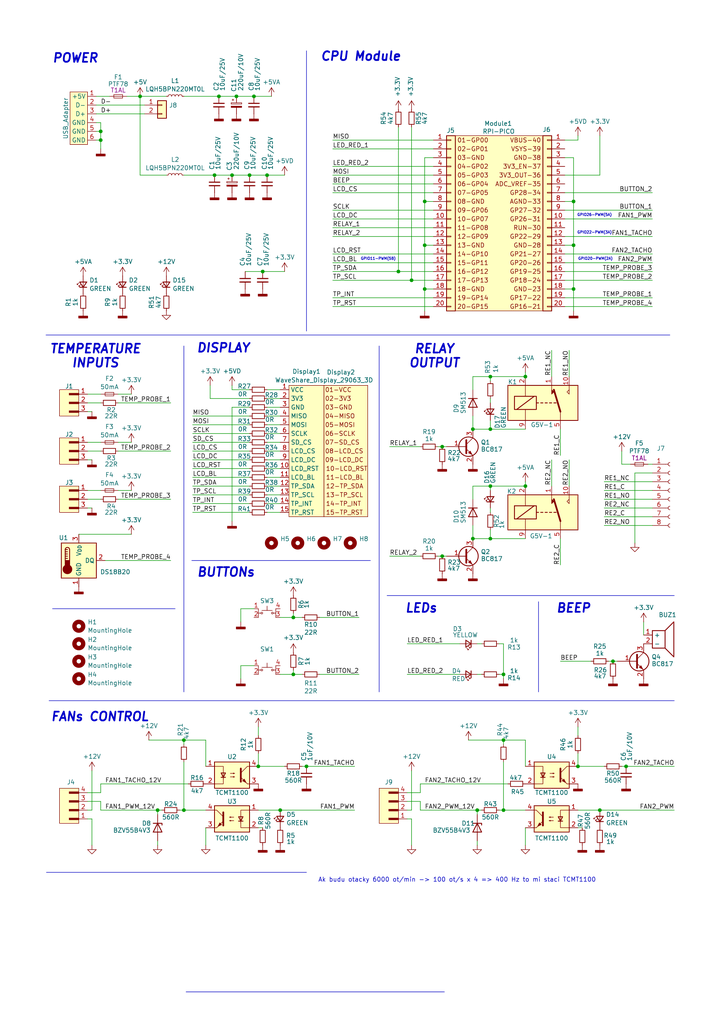
<source format=kicad_sch>
(kicad_sch (version 20231120) (generator "eeschema") (generator_version "8.0")
  (paper "A4" portrait)
  (title_block (title "Rack Display") (date "2024-11-24") (rev "0v1"))
  (junction (at 173.99 234.95))
  (junction (at 142.24 156.21))
  (junction (at 181.61 222.25))
  (junction (at 167.64 222.25))
  (junction (at 123.19 71.12))
  (junction (at 138.43 234.95))
  (junction (at 45.72 234.95))
  (junction (at 166.37 58.42))
  (junction (at 128.27 129.54))
  (junction (at 40.64 27.94))
  (junction (at 76.2 78.74))
  (junction (at 63.5 27.94))
  (junction (at 29.21 40.64))
  (junction (at 146.05 195.58))
  (junction (at 137.16 124.46))
  (junction (at 53.34 234.95))
  (junction (at 146.05 234.95))
  (junction (at 177.8 191.77))
  (junction (at 67.31 50.8))
  (junction (at 152.4 109.22))
  (junction (at 88.9 222.25))
  (junction (at 137.16 156.21))
  (junction (at 68.58 27.94))
  (junction (at 128.27 161.29))
  (junction (at 166.37 71.12))
  (junction (at 72.39 50.8))
  (junction (at 146.05 214.63))
  (junction (at 53.34 214.63))
  (junction (at 74.93 222.25))
  (junction (at 29.21 38.1))
  (junction (at 77.47 50.8))
  (junction (at 73.66 27.94))
  (junction (at 85.09 195.58))
  (junction (at 142.24 109.22))
  (junction (at 123.19 58.42))
  (junction (at 123.19 83.82))
  (junction (at 85.09 179.07))
  (junction (at 115.57 78.74))
  (junction (at 119.38 81.28))
  (junction (at 152.4 140.97))
  (junction (at 166.37 83.82))
  (junction (at 62.23 50.8))
  (junction (at 142.24 140.97))
  (junction (at 81.28 234.95))
  (junction (at 142.24 124.46))
  (wire (pts (xy 53.34 234.95) (xy 59.69 234.95)))
  (wire (pts (xy 25.4 114.3) (xy 29.21 114.3)))
  (wire (pts (xy 77.47 143.51) (xy 81.28 143.51)))
  (wire (pts (xy 184.15 137.16) (xy 184.15 157.48)))
  (wire (pts (xy 67.31 118.11) (xy 72.39 118.11)))
  (wire (pts (xy 175.26 149.86) (xy 189.23 149.86)))
  (wire (pts (xy 118.11 186.69) (xy 133.35 186.69)))
  (wire (pts (xy 176.53 191.77) (xy 177.8 191.77)))
  (wire (pts (xy 162.56 163.83) (xy 162.56 156.21)))
  (polyline (pts (xy 55.626 162.56) (xy 107.442 162.56)))
  (wire (pts (xy 74.93 222.25) (xy 82.55 222.25)))
  (wire (pts (xy 128.27 161.29) (xy 129.54 161.29)))
  (wire (pts (xy 146.05 195.58) (xy 146.05 196.85)))
  (wire (pts (xy 162.56 191.77) (xy 171.45 191.77)))
  (wire (pts (xy 92.71 195.58) (xy 104.14 195.58)))
  (wire (pts (xy 43.18 214.63) (xy 53.34 214.63)))
  (wire (pts (xy 96.52 88.9) (xy 125.73 88.9)))
  (wire (pts (xy 85.09 179.07) (xy 87.63 179.07)))
  (wire (pts (xy 27.94 27.94) (xy 31.75 27.94)))
  (wire (pts (xy 137.16 140.97) (xy 137.16 144.78)))
  (wire (pts (xy 63.5 27.94) (xy 68.58 27.94)))
  (wire (pts (xy 119.38 237.49) (xy 118.11 237.49)))
  (wire (pts (xy 163.83 86.36) (xy 189.23 86.36)))
  (wire (pts (xy 187.96 134.62) (xy 189.23 134.62)))
  (wire (pts (xy 138.43 243.84) (xy 138.43 245.11)))
  (wire (pts (xy 34.29 114.3) (xy 38.1 114.3)))
  (wire (pts (xy 67.31 113.03) (xy 72.39 113.03)))
  (polyline (pts (xy 109.982 100.33) (xy 109.982 200.66)))
  (wire (pts (xy 135.89 214.63) (xy 146.05 214.63)))
  (wire (pts (xy 45.72 236.22) (xy 45.72 234.95)))
  (wire (pts (xy 88.9 222.25) (xy 102.87 222.25)))
  (wire (pts (xy 71.12 78.74) (xy 76.2 78.74)))
  (wire (pts (xy 34.29 144.78) (xy 49.53 144.78)))
  (wire (pts (xy 96.52 48.26) (xy 125.73 48.26)))
  (wire (pts (xy 115.57 36.83) (xy 115.57 78.74)))
  (wire (pts (xy 55.88 133.35) (xy 72.39 133.35)))
  (wire (pts (xy 38.1 154.94) (xy 22.86 154.94)))
  (wire (pts (xy 162.56 132.08) (xy 162.56 124.46)))
  (wire (pts (xy 146.05 234.95) (xy 152.4 234.95)))
  (wire (pts (xy 96.52 63.5) (xy 125.73 63.5)))
  (wire (pts (xy 163.83 58.42) (xy 166.37 58.42)))
  (wire (pts (xy 45.72 243.84) (xy 45.72 245.11)))
  (wire (pts (xy 29.21 234.95) (xy 45.72 234.95)))
  (wire (pts (xy 175.26 142.24) (xy 189.23 142.24)))
  (wire (pts (xy 96.52 43.18) (xy 125.73 43.18)))
  (wire (pts (xy 81.28 234.95) (xy 102.87 234.95)))
  (wire (pts (xy 92.71 179.07) (xy 104.14 179.07)))
  (wire (pts (xy 123.19 58.42) (xy 125.73 58.42)))
  (wire (pts (xy 121.92 227.33) (xy 121.92 229.87)))
  (wire (pts (xy 113.03 161.29) (xy 121.92 161.29)))
  (wire (pts (xy 74.93 240.03) (xy 76.2 240.03)))
  (wire (pts (xy 67.31 111.76) (xy 67.31 113.03)))
  (wire (pts (xy 163.83 73.66) (xy 189.23 73.66)))
  (wire (pts (xy 96.52 60.96) (xy 125.73 60.96)))
  (wire (pts (xy 27.94 40.64) (xy 29.21 40.64)))
  (polyline (pts (xy 53.975 287.655) (xy 128.905 287.655)))
  (wire (pts (xy 25.4 130.81) (xy 29.21 130.81)))
  (wire (pts (xy 167.64 240.03) (xy 168.91 240.03)))
  (wire (pts (xy 52.07 234.95) (xy 53.34 234.95)))
  (wire (pts (xy 55.88 143.51) (xy 72.39 143.51)))
  (wire (pts (xy 25.4 232.41) (xy 29.21 232.41)))
  (wire (pts (xy 25.4 128.27) (xy 29.21 128.27)))
  (wire (pts (xy 55.88 123.19) (xy 72.39 123.19)))
  (wire (pts (xy 59.69 245.11) (xy 59.69 240.03)))
  (wire (pts (xy 123.19 71.12) (xy 125.73 71.12)))
  (wire (pts (xy 137.16 140.97) (xy 142.24 140.97)))
  (wire (pts (xy 160.02 109.22) (xy 160.02 101.6)))
  (wire (pts (xy 123.19 71.12) (xy 123.19 83.82)))
  (wire (pts (xy 55.88 140.97) (xy 72.39 140.97)))
  (wire (pts (xy 77.47 138.43) (xy 81.28 138.43)))
  (wire (pts (xy 163.83 60.96) (xy 189.23 60.96)))
  (wire (pts (xy 118.11 195.58) (xy 133.35 195.58)))
  (wire (pts (xy 26.67 245.11) (xy 26.67 237.49)))
  (wire (pts (xy 113.03 129.54) (xy 121.92 129.54)))
  (wire (pts (xy 163.83 88.9) (xy 189.23 88.9)))
  (wire (pts (xy 55.88 148.59) (xy 72.39 148.59)))
  (wire (pts (xy 119.38 36.83) (xy 119.38 81.28)))
  (wire (pts (xy 144.78 195.58) (xy 146.05 195.58)))
  (wire (pts (xy 119.38 223.52) (xy 119.38 234.95)))
  (wire (pts (xy 118.11 232.41) (xy 121.92 232.41)))
  (wire (pts (xy 29.21 38.1) (xy 29.21 40.64)))
  (wire (pts (xy 77.47 128.27) (xy 81.28 128.27)))
  (wire (pts (xy 142.24 109.22) (xy 142.24 110.49)))
  (wire (pts (xy 26.67 237.49) (xy 25.4 237.49)))
  (wire (pts (xy 138.43 234.95) (xy 139.7 234.95)))
  (polyline (pts (xy 13.335 97.155) (xy 194.31 97.155)))
  (wire (pts (xy 163.83 50.8) (xy 173.99 50.8)))
  (wire (pts (xy 55.88 138.43) (xy 72.39 138.43)))
  (wire (pts (xy 77.47 120.65) (xy 81.28 120.65)))
  (wire (pts (xy 29.21 35.56) (xy 29.21 38.1)))
  (wire (pts (xy 53.34 50.8) (xy 62.23 50.8)))
  (wire (pts (xy 186.69 180.34) (xy 186.69 184.15)))
  (wire (pts (xy 96.52 76.2) (xy 125.73 76.2)))
  (wire (pts (xy 123.19 58.42) (xy 123.19 71.12)))
  (wire (pts (xy 144.78 186.69) (xy 146.05 186.69)))
  (wire (pts (xy 77.47 146.05) (xy 81.28 146.05)))
  (wire (pts (xy 55.88 146.05) (xy 72.39 146.05)))
  (wire (pts (xy 142.24 140.97) (xy 142.24 142.24)))
  (wire (pts (xy 77.47 125.73) (xy 81.28 125.73)))
  (wire (pts (xy 137.16 124.46) (xy 142.24 124.46)))
  (wire (pts (xy 96.52 73.66) (xy 125.73 73.66)))
  (wire (pts (xy 29.21 40.64) (xy 29.21 43.18)))
  (wire (pts (xy 163.83 55.88) (xy 189.23 55.88)))
  (wire (pts (xy 144.78 234.95) (xy 146.05 234.95)))
  (wire (pts (xy 118.11 229.87) (xy 121.92 229.87)))
  (wire (pts (xy 40.64 50.8) (xy 48.26 50.8)))
  (wire (pts (xy 138.43 236.22) (xy 138.43 234.95)))
  (wire (pts (xy 74.93 218.44) (xy 74.93 222.25)))
  (wire (pts (xy 152.4 107.95) (xy 152.4 109.22)))
  (wire (pts (xy 123.19 83.82) (xy 125.73 83.82)))
  (wire (pts (xy 96.52 81.28) (xy 119.38 81.28)))
  (wire (pts (xy 166.37 71.12) (xy 166.37 83.82)))
  (wire (pts (xy 115.57 78.74) (xy 125.73 78.74)))
  (wire (pts (xy 77.47 115.57) (xy 81.28 115.57)))
  (wire (pts (xy 25.4 234.95) (xy 26.67 234.95)))
  (wire (pts (xy 163.83 71.12) (xy 166.37 71.12)))
  (wire (pts (xy 67.31 118.11) (xy 67.31 151.13)))
  (wire (pts (xy 184.15 137.16) (xy 189.23 137.16)))
  (wire (pts (xy 77.47 148.59) (xy 81.28 148.59)))
  (wire (pts (xy 96.52 78.74) (xy 115.57 78.74)))
  (wire (pts (xy 62.23 50.8) (xy 67.31 50.8)))
  (wire (pts (xy 81.28 195.58) (xy 85.09 195.58)))
  (wire (pts (xy 96.52 55.88) (xy 125.73 55.88)))
  (wire (pts (xy 142.24 153.67) (xy 142.24 156.21)))
  (polyline (pts (xy 14.224 203.2) (xy 195.58 203.2)))
  (wire (pts (xy 165.1 109.22) (xy 165.1 101.6)))
  (polyline (pts (xy 53.34 100.33) (xy 53.34 200.66)))
  (wire (pts (xy 30.48 162.56) (xy 49.53 162.56)))
  (wire (pts (xy 137.16 109.22) (xy 142.24 109.22)))
  (wire (pts (xy 152.4 245.11) (xy 152.4 240.03)))
  (wire (pts (xy 25.4 144.78) (xy 29.21 144.78)))
  (wire (pts (xy 119.38 81.28) (xy 125.73 81.28)))
  (wire (pts (xy 163.83 78.74) (xy 189.23 78.74)))
  (wire (pts (xy 55.88 125.73) (xy 72.39 125.73)))
  (wire (pts (xy 40.64 27.94) (xy 40.64 50.8)))
  (wire (pts (xy 68.58 27.94) (xy 73.66 27.94)))
  (polyline (pts (xy 88.9 14.732) (xy 88.9 96.012)))
  (wire (pts (xy 118.11 234.95) (xy 119.38 234.95)))
  (wire (pts (xy 40.64 27.94) (xy 48.26 27.94)))
  (wire (pts (xy 121.92 227.33) (xy 147.32 227.33)))
  (wire (pts (xy 77.47 133.35) (xy 81.28 133.35)))
  (wire (pts (xy 152.4 139.7) (xy 152.4 140.97)))
  (wire (pts (xy 55.88 128.27) (xy 72.39 128.27)))
  (wire (pts (xy 121.92 232.41) (xy 121.92 234.95)))
  (wire (pts (xy 175.26 152.4) (xy 189.23 152.4)))
  (wire (pts (xy 123.19 45.72) (xy 123.19 58.42)))
  (wire (pts (xy 77.47 50.8) (xy 72.39 50.8)))
  (wire (pts (xy 26.67 133.35) (xy 25.4 133.35)))
  (wire (pts (xy 34.29 128.27) (xy 38.1 128.27)))
  (wire (pts (xy 142.24 124.46) (xy 152.4 124.46)))
  (wire (pts (xy 175.26 144.78) (xy 189.23 144.78)))
  (wire (pts (xy 127 161.29) (xy 128.27 161.29)))
  (wire (pts (xy 60.96 111.76) (xy 60.96 115.57)))
  (wire (pts (xy 26.67 147.32) (xy 25.4 147.32)))
  (wire (pts (xy 59.69 214.63) (xy 59.69 222.25)))
  (wire (pts (xy 166.37 83.82) (xy 166.37 90.17)))
  (wire (pts (xy 67.31 50.8) (xy 72.39 50.8)))
  (wire (pts (xy 142.24 156.21) (xy 152.4 156.21)))
  (wire (pts (xy 167.64 222.25) (xy 175.26 222.25)))
  (polyline (pts (xy 112.268 172.72) (xy 195.58 172.72)))
  (wire (pts (xy 55.88 135.89) (xy 72.39 135.89)))
  (polyline (pts (xy 156.21 200.66) (xy 156.21 174.498)))
  (wire (pts (xy 96.52 86.36) (xy 125.73 86.36)))
  (wire (pts (xy 142.24 115.57) (xy 142.24 116.84)))
  (wire (pts (xy 77.47 130.81) (xy 81.28 130.81)))
  (wire (pts (xy 60.96 115.57) (xy 72.39 115.57)))
  (wire (pts (xy 163.83 83.82) (xy 166.37 83.82)))
  (wire (pts (xy 175.26 147.32) (xy 189.23 147.32)))
  (wire (pts (xy 177.8 191.77) (xy 179.07 191.77)))
  (wire (pts (xy 81.28 179.07) (xy 85.09 179.07)))
  (wire (pts (xy 69.85 193.04) (xy 73.66 193.04)))
  (wire (pts (xy 29.21 232.41) (xy 29.21 234.95)))
  (wire (pts (xy 142.24 140.97) (xy 152.4 140.97)))
  (wire (pts (xy 167.64 234.95) (xy 173.99 234.95)))
  (wire (pts (xy 87.63 222.25) (xy 88.9 222.25)))
  (wire (pts (xy 77.47 123.19) (xy 81.28 123.19)))
  (wire (pts (xy 123.19 83.82) (xy 123.19 90.17)))
  (wire (pts (xy 167.64 218.44) (xy 167.64 222.25)))
  (wire (pts (xy 152.4 214.63) (xy 152.4 222.25)))
  (wire (pts (xy 175.26 139.7) (xy 189.23 139.7)))
  (wire (pts (xy 163.83 40.64) (xy 167.64 40.64)))
  (wire (pts (xy 29.21 227.33) (xy 54.61 227.33)))
  (wire (pts (xy 146.05 186.69) (xy 146.05 195.58)))
  (wire (pts (xy 25.4 229.87) (xy 29.21 229.87)))
  (wire (pts (xy 166.37 45.72) (xy 166.37 58.42)))
  (wire (pts (xy 53.34 214.63) (xy 59.69 214.63)))
  (wire (pts (xy 76.2 78.74) (xy 82.55 78.74)))
  (wire (pts (xy 167.64 39.37) (xy 167.64 40.64)))
  (wire (pts (xy 167.64 210.82) (xy 167.64 213.36)))
  (wire (pts (xy 163.83 76.2) (xy 189.23 76.2)))
  (wire (pts (xy 53.34 220.98) (xy 53.34 234.95)))
  (wire (pts (xy 53.34 27.94) (xy 63.5 27.94)))
  (wire (pts (xy 34.29 142.24) (xy 38.1 142.24)))
  (wire (pts (xy 173.99 234.95) (xy 195.58 234.95)))
  (wire (pts (xy 34.29 130.81) (xy 49.53 130.81)))
  (wire (pts (xy 77.47 140.97) (xy 81.28 140.97)))
  (wire (pts (xy 160.02 140.97) (xy 160.02 133.35)))
  (wire (pts (xy 139.7 195.58) (xy 138.43 195.58)))
  (wire (pts (xy 165.1 140.97) (xy 165.1 133.35)))
  (wire (pts (xy 137.16 152.4) (xy 137.16 156.21)))
  (wire (pts (xy 181.61 222.25) (xy 195.58 222.25)))
  (wire (pts (xy 55.88 120.65) (xy 72.39 120.65)))
  (wire (pts (xy 163.83 81.28) (xy 189.23 81.28)))
  (wire (pts (xy 142.24 147.32) (xy 142.24 148.59)))
  (wire (pts (xy 85.09 194.31) (xy 85.09 195.58)))
  (wire (pts (xy 96.52 68.58) (xy 125.73 68.58)))
  (wire (pts (xy 27.94 30.48) (xy 41.91 30.48)))
  (wire (pts (xy 146.05 220.98) (xy 146.05 234.95)))
  (wire (pts (xy 34.29 116.84) (xy 49.53 116.84)))
  (wire (pts (xy 142.24 109.22) (xy 152.4 109.22)))
  (wire (pts (xy 180.34 130.81) (xy 180.34 134.62)))
  (wire (pts (xy 85.09 177.8) (xy 85.09 179.07)))
  (wire (pts (xy 127 129.54) (xy 128.27 129.54)))
  (wire (pts (xy 119.38 245.11) (xy 119.38 237.49)))
  (wire (pts (xy 73.66 27.94) (xy 78.74 27.94)))
  (wire (pts (xy 53.34 214.63) (xy 53.34 215.9)))
  (wire (pts (xy 166.37 58.42) (xy 166.37 71.12)))
  (wire (pts (xy 173.99 39.37) (xy 173.99 50.8)))
  (wire (pts (xy 26.67 223.52) (xy 26.67 234.95)))
  (wire (pts (xy 25.4 116.84) (xy 29.21 116.84)))
  (wire (pts (xy 128.27 129.54) (xy 129.54 129.54)))
  (wire (pts (xy 77.47 118.11) (xy 81.28 118.11)))
  (wire (pts (xy 82.55 50.8) (xy 77.47 50.8)))
  (wire (pts (xy 137.16 156.21) (xy 142.24 156.21)))
  (wire (pts (xy 77.47 135.89) (xy 81.28 135.89)))
  (wire (pts (xy 180.34 134.62) (xy 182.88 134.62)))
  (wire (pts (xy 123.19 45.72) (xy 125.73 45.72)))
  (wire (pts (xy 85.09 195.58) (xy 87.63 195.58)))
  (wire (pts (xy 29.21 227.33) (xy 29.21 229.87)))
  (wire (pts (xy 146.05 214.63) (xy 146.05 215.9)))
  (wire (pts (xy 163.83 45.72) (xy 166.37 45.72)))
  (wire (pts (xy 142.24 121.92) (xy 142.24 124.46)))
  (wire (pts (xy 69.85 193.04) (xy 69.85 196.85)))
  (wire (pts (xy 36.83 27.94) (xy 40.64 27.94)))
  (wire (pts (xy 77.47 113.03) (xy 81.28 113.03)))
  (wire (pts (xy 137.16 109.22) (xy 137.16 113.03)))
  (wire (pts (xy 74.93 234.95) (xy 81.28 234.95)))
  (wire (pts (xy 180.34 222.25) (xy 181.61 222.25)))
  (wire (pts (xy 146.05 214.63) (xy 152.4 214.63)))
  (wire (pts (xy 27.94 38.1) (xy 29.21 38.1)))
  (wire (pts (xy 96.52 40.64) (xy 125.73 40.64)))
  (wire (pts (xy 55.88 130.81) (xy 72.39 130.81)))
  (wire (pts (xy 121.92 234.95) (xy 138.43 234.95)))
  (wire (pts (xy 96.52 66.04) (xy 125.73 66.04)))
  (wire (pts (xy 27.94 35.56) (xy 29.21 35.56)))
  (wire (pts (xy 163.83 63.5) (xy 189.23 63.5)))
  (wire (pts (xy 96.52 50.8) (xy 125.73 50.8)))
  (wire (pts (xy 69.85 176.53) (xy 73.66 176.53)))
  (wire (pts (xy 74.93 210.82) (xy 74.93 213.36)))
  (wire (pts (xy 45.72 234.95) (xy 46.99 234.95)))
  (wire (pts (xy 139.7 186.69) (xy 138.43 186.69)))
  (wire (pts (xy 137.16 120.65) (xy 137.16 124.46)))
  (polyline (pts (xy 15.24 176.53) (xy 50.8 176.53)))
  (wire (pts (xy 163.83 68.58) (xy 189.23 68.58)))
  (wire (pts (xy 96.52 53.34) (xy 125.73 53.34)))
  (polyline (pts (xy 13.462 252.984) (xy 88.9 252.984)))
  (wire (pts (xy 26.67 119.38) (xy 25.4 119.38)))
  (wire (pts (xy 27.94 33.02) (xy 41.91 33.02)))
  (wire (pts (xy 25.4 142.24) (xy 29.21 142.24)))
  (wire (pts (xy 69.85 176.53) (xy 69.85 180.34)))
  (text_box "Raspberi PI Pico / W / Pico 2\n\nKonektory pre senzory\nhttps://www.tme.eu/sk/details/104257-2/signalove-konektory-raster-2-54mm/te-connectivity/\nhttps://www.tme.eu/sk/details/5-104363-2/signalove-konektory-raster-2-54mm/te-connectivity/\nhttps://www.tme.eu/sk/details/1-104480-6/signalove-konektory-raster-2-54mm/te-connectivity/\nhttps://www.tme.eu/sk/details/1-104480-5/signalove-konektory-raster-2-54mm/te-connectivity/\n\nkonektory USB\nhttps://www.tme.eu/sk/details/usb4140-gf-0070-c/konektory-usb-a-ieee1394/gct/\n\nPV08-3,5-H-P\n\nDisplej\nhttps://rlx.sk/en/9-5-lcd-display/10058-2inch-capacitive-touch-display-module-st7789t3-display-driver-cst816d-capacitive-touch-ips-240320-ws-29063.html\nhttps://www.waveshare.com/product/2inch-capacitive-touch-lcd.htm\nhttps://www.waveshare.com/wiki/2inch_Capacitive_Touch_LCD\n\n" (at 7.366 304.546 0) (size 172.085 40.005) (stroke (width 0.254)) (fill (type color) (color 253 255 49 1)) (effects (font (size 1.27 1.27)) (justify left top)))
  (text "FANs CONTROL" (at 28.956 208.026 0) (effects (font (size 2.54 2.54) (thickness 0.508) (bold yes) (italic yes))))
  (text "CPU Module" (at 104.648 16.51 0) (effects (font (size 2.54 2.54) (thickness 0.508) (bold yes) (italic yes))))
  (text "BEEP" (at 166.37 176.53 0) (effects (font (size 2.54 2.54) (thickness 0.508) (bold yes) (italic yes))))
  (text "GPIO22-PWM(3A)" (at 172.466 67.564 0) (effects (font (size 0.762 0.762))))
  (text "DISPLAY" (at 64.77 101.092 0) (effects (font (size 2.54 2.54) (thickness 0.508) (bold yes) (italic yes))))
  (text "GPIO26-PWM(5A)" (at 172.466 62.484 0) (effects (font (size 0.762 0.762))))
  (text "LEDs" (at 122.174 176.53 0) (effects (font (size 2.54 2.54) (thickness 0.508) (bold yes) (italic yes))))
  (text "GPIO20-PWM(2A)" (at 172.72 75.184 0) (effects (font (size 0.762 0.762))))
  (text "POWER" (at 21.844 17.018 0) (effects (font (size 2.54 2.54) (thickness 0.508) (bold yes) (italic yes))))
  (text "Ak budu otacky 6000 ot/min -> 100 ot/s x 4 => 400 Hz to mi staci TCMT1100\n" (at 132.588 255.27 0) (effects (font (size 1.27 1.27))))
  (text "TEMPERATURE\nINPUTS" (at 27.686 103.378 0) (effects (font (size 2.54 2.54) (thickness 0.508) (bold yes) (italic yes))))
  (text "GPIO11-PWM(5B)" (at 109.728 75.184 0) (effects (font (size 0.762 0.762))))
  (text "BUTTONs" (at 65.532 166.116 0) (effects (font (size 2.54 2.54) (thickness 0.508) (bold yes) (italic yes))))
  (text "RELAY\nOUTPUT" (at 125.984 103.378 0) (effects (font (size 2.54 2.54) (thickness 0.508) (bold yes) (italic yes))))
  (label "FAN2_PWM" (at 189.23 76.2 180))
  (label "FAN2_PWM" (at 195.58 234.95 180))
  (label "LED_RED_1" (at 96.52 43.18 0))
  (label "TEMP_PROBE_3" (at 189.23 78.74 180))
  (label "RE1_NC" (at 160.02 101.6 270))
  (label "BUTTON_1" (at 189.23 60.96 180))
  (label "TEMP_PROBE_3" (at 49.53 144.78 180))
  (label "LCD_CS" (at 55.88 130.81 0))
  (label "RELAY_2" (at 113.03 161.29 0))
  (label "TP_RST" (at 96.52 88.9 0))
  (label "SD_CS" (at 55.88 128.27 0))
  (label "LCD_CS" (at 96.52 55.88 0))
  (label "LCD_BL" (at 55.88 138.43 0))
  (label "RE2_C" (at 175.26 149.86 0))
  (label "FAN1_TACHO" (at 189.23 68.58 180))
  (label "RE2_C" (at 162.56 163.83 90))
  (label "MOSI" (at 96.52 50.8 0))
  (label "RE2_NO" (at 175.26 152.4 0))
  (label "LED_RED_2" (at 118.11 195.58 0))
  (label "RELAY_2" (at 96.52 68.58 0))
  (label "RE1_NO" (at 165.1 101.6 270))
  (label "RELAY_1" (at 96.52 66.04 0))
  (label "TP_SCL" (at 55.88 143.51 0))
  (label "BUTTON_2" (at 104.14 195.58 180))
  (label "FAN2_TACHO" (at 189.23 73.66 180))
  (label "MISO" (at 55.88 120.65 0))
  (label "FAN2_PWM_12V" (at 123.19 234.95 0))
  (label "RE2_NC" (at 175.26 147.32 0))
  (label "TP_INT" (at 96.52 86.36 0))
  (label "TP_INT" (at 55.88 146.05 0))
  (label "RE2_NO" (at 165.1 133.35 270))
  (label "TP_SDA" (at 96.52 78.74 0))
  (label "LCD_RST" (at 96.52 73.66 0))
  (label "FAN1_PWM" (at 189.23 63.5 180))
  (label "TEMP_PROBE_1" (at 49.53 116.84 180))
  (label "RE1_NO" (at 175.26 144.78 0))
  (label "LED_RED_1" (at 118.11 186.69 0))
  (label "RE1_C" (at 175.26 142.24 0))
  (label "TEMP_PROBE_4" (at 189.23 88.9 180))
  (label "BUTTON_1" (at 104.14 179.07 180))
  (label "FAN2_TACHO_12V" (at 123.19 227.33 0))
  (label "TEMP_PROBE_2" (at 49.53 130.81 180))
  (label "TP_RST" (at 55.88 148.59 0))
  (label "LCD_RST" (at 55.88 135.89 0))
  (label "TEMP_PROBE_4" (at 49.53 162.56 180))
  (label "MOSI" (at 55.88 123.19 0))
  (label "TEMP_PROBE_1" (at 189.23 86.36 180))
  (label "RELAY_1" (at 113.03 129.54 0))
  (label "FAN2_TACHO" (at 195.58 222.25 180))
  (label "BEEP" (at 96.52 53.34 0))
  (label "BEEP" (at 162.56 191.77 0))
  (label "LED_RED_2" (at 96.52 48.26 0))
  (label "BUTTON_2" (at 189.23 55.88 180))
  (label "FAN1_TACHO_12V" (at 30.48 227.33 0))
  (label "D-" (at 29.21 30.48 0))
  (label "LCD_DC" (at 55.88 133.35 0))
  (label "RE2_NC" (at 160.02 133.35 270))
  (label "RE1_NC" (at 175.26 139.7 0))
  (label "FAN1_TACHO" (at 102.87 222.25 180))
  (label "FAN1_PWM" (at 102.87 234.95 180))
  (label "D+" (at 29.21 33.02 0))
  (label "SCLK" (at 96.52 60.96 0))
  (label "TP_SCL" (at 96.52 81.28 0))
  (label "TP_SDA" (at 55.88 140.97 0))
  (label "LCD_DC" (at 96.52 63.5 0))
  (label "TEMP_PROBE_2" (at 189.23 81.28 180))
  (label "FAN1_PWM_12V" (at 30.48 234.95 0))
  (label "RE1_C" (at 162.56 132.08 90))
  (label "LCD_BL" (at 96.52 76.2 0))
  (label "MISO" (at 96.52 40.64 0))
  (label "SCLK" (at 55.88 125.73 0))
  (symbol (lib_id "power:GNDD") (at 166.37 90.17 0) (unit 1)
    (property "Reference" "#PWR037" (effects (hide yes)))
    (property "Value" "GNDD" (effects (hide yes)))
    (property "Description" "Power symbol creates a global label with name \"GNDD\" , digital ground" (effects (hide yes)))
  )
  (symbol (lib_id "power:GNDD") (at 146.05 196.85 0) (unit 1)
    (property "Reference" "#PWR026" (effects (hide yes)))
    (property "Value" "GNDD" (effects (hide yes)))
    (property "Description" "Power symbol creates a global label with name \"GNDD\" , digital ground" (effects (hide yes)))
  )
  (symbol (lib_id "Device:LED_Small") (at 173.99 237.49 90) (unit 1)
    (property "Reference" "D14" (at 175.768 236.2143 90) (effects (justify right)))
    (property "Value" "GREEN" (at 175.768 238.6386 90) (effects (justify right)))
    (property "Footprint" "LED_SMD:LED_0603_1608Metric" (effects (hide yes)))
    (property "Description" "Light emitting diode, small symbol" (effects (hide yes)))
    (property "TME" "https://www.tme.eu/sk/details/fyls-0603urc/diody-led-smd-farebne/foryard/" (effects (hide yes)))
  )
  (symbol (lib_id "my_kicad8_lib:5-104362-3") (at 22.86 233.68 0) (mirror x) (unit 1)
    (property "Reference" "J4" (at 20.574 226.822 0))
    (property "Value" "5-104362-3" (effects (hide yes)))
    (property "Footprint" "MyFootPrints:5-104362-3" (effects (hide yes)))
    (property "Description" "TE Connectivity; AMPMODU MTE; 4 Pins, 2,54mm, with LOCK" (effects (hide yes)))
    (property "TME" "https://www.tme.eu/sk/details/5-103639-3/signalove-konektory-raster-2-54mm/te-connectivity/" (effects (hide yes)))
  )
  (symbol (lib_id "Isolator:TCMT1100") (at 67.31 224.79 0) (unit 1)
    (property "Reference" "U2" (at 67.31 219.456 0))
    (property "Value" "TCMT1100" (at 67.31 229.87 0))
    (property "Footprint" "Package_SO:SOP-4_4.4x2.6mm_P1.27mm" (effects (hide yes)))
    (property "Datasheet" "http://www.vishay.com/docs/83510/tcmt1100.pdf" (effects (hide yes)))
    (property "Description" "Optocoupler, Vce 70V, CTR 50-600%, Viso 3750V (RMS), SOP-4" (effects (hide yes)))
    (property "TME" "https://www.tme.eu/sk/details/tcmt1100/optocleny-analogovy-vystup/vishay/" (effects (hide yes)))
  )
  (symbol (lib_id "power:+5V") (at 40.64 27.94 0) (unit 1)
    (property "Reference" "#PWR01" (effects (hide yes)))
    (property "Value" "+5V" (at 40.64 23.8069 0))
    (property "Description" "Power symbol creates a global label with name \"+5V\"" (effects (hide yes)))
  )
  (symbol (lib_id "Device:C_Small") (at 62.23 53.34 0) (unit 1)
    (property "Reference" "C1" (at 61.468 49.276 90) (effects (justify left)))
    (property "Value" "10uF/25V" (at 63.246 49.276 90) (effects (justify left)))
    (property "Footprint" "Capacitor_SMD:C_1206_3216Metric" (effects (hide yes)))
    (property "Description" "Unpolarized capacitor, small symbol" (effects (hide yes)))
    (property "TME" "https://www.tme.eu/sk/details/cl31a106mohnnne/kondenzatory-mlcc-smd/samsung/" (effects (hide yes)))
  )
  (symbol (lib_id "power:+3.3V") (at 35.56 80.01 0) (unit 1)
    (property "Reference" "#PWR014" (effects (hide yes)))
    (property "Value" "+3.3V" (at 35.56 75.8769 0))
    (property "Description" "Power symbol creates a global label with name \"+3.3V\"" (effects (hide yes)))
  )
  (symbol (lib_id "Device:R_Small") (at 74.93 133.35 90) (unit 1)
    (property "Reference" "R35" (at 70.866 132.334 90))
    (property "Value" "0R" (at 70.358 134.62 90))
    (property "Footprint" "Resistor_SMD:R_0603_1608Metric" (effects (hide yes)))
    (property "Description" "Resistor, small symbol" (effects (hide yes)))
    (property "TME" "https://www.tme.eu/sk/details/smd0603-0r/rezistory-smd/royalohm/0603saj0000t5e/" (effects (hide yes)))
  )
  (symbol (lib_id "Isolator:TCMT1100") (at 160.02 237.49 0) (mirror y) (unit 1)
    (property "Reference" "U5" (at 160.02 232.41 0))
    (property "Value" "TCMT1100" (at 160.02 243.078 0))
    (property "Footprint" "Package_SO:SOP-4_4.4x2.6mm_P1.27mm" (effects (hide yes)))
    (property "Datasheet" "http://www.vishay.com/docs/83510/tcmt1100.pdf" (effects (hide yes)))
    (property "Description" "Optocoupler, Vce 70V, CTR 50-600%, Viso 3750V (RMS), SOP-4" (effects (hide yes)))
    (property "TME" "https://www.tme.eu/sk/details/tcmt1100/optocleny-analogovy-vystup/vishay/" (effects (hide yes)))
  )
  (symbol (lib_id "Device:R_Small") (at 49.53 234.95 270) (unit 1)
    (property "Reference" "R24" (at 49.53 233.172 90))
    (property "Value" "560R" (at 49.53 236.982 90))
    (property "Footprint" "Resistor_SMD:R_0603_1608Metric" (effects (hide yes)))
    (property "Description" "Resistor, small symbol" (effects (hide yes)))
    (property "TME" "https://www.tme.eu/sk/details/crcw0603560rfktabc/rezistory-smd/vishay/" (effects (hide yes)))
  )
  (symbol (lib_id "power:GNDD") (at 26.67 133.35 0) (unit 1)
    (property "Reference" "#PWR08" (effects (hide yes)))
    (property "Value" "GNDD" (effects (hide yes)))
    (property "Description" "Power symbol creates a global label with name \"GNDD\" , digital ground" (effects (hide yes)))
  )
  (symbol (lib_id "Diode:BZV55B4V3") (at 138.43 240.03 270) (unit 1)
    (property "Reference" "D11" (at 133.858 238.76 90) (effects (justify left)))
    (property "Value" "BZV55B4V3" (at 125.476 240.792 90) (effects (justify left)))
    (property "Footprint" "Diode_SMD:D_MiniMELF" (effects (hide yes)))
    (property "Datasheet" "https://assets.nexperia.com/documents/data-sheet/BZV55_SER.pdf" (effects (hide yes)))
    (property "Description" "4.3V, 500mW, 2%, Zener diode, MiniMELF" (effects (hide yes)))
    (property "TME" "https://www.tme.eu/sk/details/bzv55b4v3-l1g/zenerove-diody-smd/taiwan-semiconductor/bzv55b4v3-l1g/" (effects (hide yes)))
  )
  (symbol (lib_id "Mechanical:MountingHole") (at 86.36 157.48 0) (unit 1)
    (property "Reference" "H6" (at 88.9 156.2678 0) (effects (justify left)))
    (property "Value" "MountingHole" (effects (hide yes)))
    (property "Footprint" "MountingHole:MountingHole_2.2mm_M2" (effects (hide yes)))
    (property "Description" "Mounting Hole without connection" (effects (hide yes)))
    (property "TME" "----" (effects (hide yes)))
  )
  (symbol (lib_id "Device:R_Small") (at 53.34 218.44 180) (unit 1)
    (property "Reference" "R21" (at 52.324 211.582 90))
    (property "Value" "4k7" (at 54.102 212.598 90))
    (property "Footprint" "Resistor_SMD:R_0603_1608Metric" (effects (hide yes)))
    (property "Description" "Resistor, small symbol" (effects (hide yes)))
    (property "TME" "https://www.tme.eu/sk/details/crcw06034k70fktabc/rezistory-smd/vishay/" (effects (hide yes)))
  )
  (symbol (lib_id "power:+3.3V") (at 85.09 172.72 0) (unit 1)
    (property "Reference" "#PWR011" (effects (hide yes)))
    (property "Value" "+3.3V" (at 85.09 168.5869 0))
    (property "Description" "Power symbol creates a global label with name \"+3.3V\"" (effects (hide yes)))
  )
  (symbol (lib_id "power:+3.3V") (at 38.1 128.27 0) (unit 1)
    (property "Reference" "#PWR017" (effects (hide yes)))
    (property "Value" "+3.3V" (at 38.1 124.1369 0))
    (property "Description" "Power symbol creates a global label with name \"+3.3V\"" (effects (hide yes)))
  )
  (symbol (lib_id "Diode:SM513") (at 137.16 116.84 270) (unit 1)
    (property "Reference" "D9" (at 132.334 117.094 0) (effects (justify left)))
    (property "Value" "SM513" (at 134.366 113.538 0) (effects (justify left)))
    (property "Footprint" "Diode_SMD:D_MELF" (effects (hide yes)))
    (property "Datasheet" "http://cdn-reichelt.de/documents/datenblatt/A400/SMD1N400%23DIO.pdf" (effects (hide yes)))
    (property "Description" "130V 1A General Purpose Rectifier Diode, MELF" (effects (hide yes)))
    (property "Sim.Device" "D" (effects (hide yes)))
    (property "Sim.Pins" "1=K 2=A" (effects (hide yes)))
    (property "TME" "https://www.tme.eu/sk/details/sm513-dio/univerzalne-diody-smd/diotec-semiconductor/sm513/" (effects (hide yes)))
  )
  (symbol (lib_id "Device:R_Small") (at 177.8 194.31 180) (unit 1)
    (property "Reference" "R26" (at 172.212 194.31 0) (effects (justify right)))
    (property "Value" "4k7" (at 172.212 196.088 0) (effects (justify right)))
    (property "Footprint" "Resistor_SMD:R_0603_1608Metric" (effects (hide yes)))
    (property "Description" "Resistor, small symbol" (effects (hide yes)))
    (property "TME" "https://www.tme.eu/sk/details/crcw06034k70fktabc/rezistory-smd/vishay/" (effects (hide yes)))
  )
  (symbol (lib_id "power:GNDS") (at 138.43 245.11 0) (unit 1)
    (property "Reference" "#PWR055" (effects (hide yes)))
    (property "Value" "GNDS" (effects (hide yes)))
    (property "Description" "Power symbol creates a global label with name \"GNDS\" , signal ground" (effects (hide yes)))
  )
  (symbol (lib_id "power:GNDD") (at 72.39 55.88 0) (unit 1)
    (property "Reference" "#PWR069" (effects (hide yes)))
    (property "Value" "GNDD" (effects (hide yes)))
    (property "Description" "Power symbol creates a global label with name \"GNDD\" , digital ground" (effects (hide yes)))
  )
  (symbol (lib_id "Mechanical:MountingHole") (at 22.86 191.77 0) (unit 1)
    (property "Reference" "H3" (at 25.4 190.5578 0) (effects (justify left)))
    (property "Value" "MountingHole" (at 25.4 192.9821 0) (effects (justify left)))
    (property "Footprint" "MountingHole:MountingHole_2.7mm" (effects (hide yes)))
    (property "Description" "Mounting Hole without connection" (effects (hide yes)))
    (property "TME" "----" (effects (hide yes)))
  )
  (symbol (lib_id "power:GNDD") (at 63.5 33.02 0) (unit 1)
    (property "Reference" "#PWR021" (effects (hide yes)))
    (property "Value" "GNDD" (effects (hide yes)))
    (property "Description" "Power symbol creates a global label with name \"GNDD\" , digital ground" (effects (hide yes)))
  )
  (symbol (lib_id "power:GNDD") (at 35.56 90.17 0) (unit 1)
    (property "Reference" "#PWR015" (effects (hide yes)))
    (property "Value" "GNDD" (effects (hide yes)))
    (property "Description" "Power symbol creates a global label with name \"GNDD\" , digital ground" (effects (hide yes)))
  )
  (symbol (lib_id "power:GNDD") (at 76.2 245.11 0) (unit 1)
    (property "Reference" "#PWR030" (effects (hide yes)))
    (property "Value" "GNDD" (effects (hide yes)))
    (property "Description" "Power symbol creates a global label with name \"GNDD\" , digital ground" (effects (hide yes)))
  )
  (symbol (lib_id "Connector_Generic:Conn_01x20") (at 158.75 63.5 0) (mirror y) (unit 1)
    (property "Reference" "J6" (at 159.766 37.592 0) (effects (justify left)))
    (property "Value" "Conn_01x20" (effects (hide yes)))
    (property "Footprint" "Connector_PinSocket_2.54mm:PinSocket_1x20_P2.54mm_Vertical" (effects (hide yes)))
    (property "Description" "Generic connector, single row, 01x20, script generated (kicad-library-utils/schlib/autogen/connector/)" (effects (hide yes)))
    (property "TME" "https://www.tme.eu/sk/details/zl262-20sg/konektory-hrebienky/connfly/ds1023-1-20s21/" (effects (hide yes)))
  )
  (symbol (lib_id "Isolator:TCMT1100") (at 67.31 237.49 0) (mirror y) (unit 1)
    (property "Reference" "U3" (at 67.31 232.41 0))
    (property "Value" "TCMT1100" (at 67.31 243.078 0))
    (property "Footprint" "Package_SO:SOP-4_4.4x2.6mm_P1.27mm" (effects (hide yes)))
    (property "Datasheet" "http://www.vishay.com/docs/83510/tcmt1100.pdf" (effects (hide yes)))
    (property "Description" "Optocoupler, Vce 70V, CTR 50-600%, Viso 3750V (RMS), SOP-4" (effects (hide yes)))
    (property "TME" "https://www.tme.eu/sk/details/tcmt1100/optocleny-analogovy-vystup/vishay/" (effects (hide yes)))
  )
  (symbol (lib_id "power:GNDD") (at 167.64 227.33 0) (unit 1)
    (property "Reference" "#PWR058" (effects (hide yes)))
    (property "Value" "GNDD" (effects (hide yes)))
    (property "Description" "Power symbol creates a global label with name \"GNDD\" , digital ground" (effects (hide yes)))
  )
  (symbol (lib_id "Transistor_BJT:BC817") (at 134.62 129.54 0) (unit 1)
    (property "Reference" "Q1" (at 139.446 128.27 0) (effects (justify left)))
    (property "Value" "BC817" (at 139.446 130.302 0) (effects (justify left)))
    (property "Footprint" "Package_TO_SOT_SMD:SOT-23" (effects (hide yes)))
    (property "Datasheet" "https://www.onsemi.com/pub/Collateral/BC818-D.pdf" (effects (hide yes)))
    (property "Description" "0.8A Ic, 45V Vce, NPN Transistor, SOT-23" (effects (hide yes)))
    (property "TME" "https://www.tme.eu/sk/details/bc817-40w-dio/tranzistory-npn-smd/diotec-semiconductor/bc817-40w/" (effects (hide yes)))
  )
  (symbol (lib_id "my_kicad8_lib:1437565-5") (at 77.47 194.31 0) (unit 1)
    (property "Reference" "SW1" (at 77.47 188.2605 0))
    (property "Value" "1437565-5" (effects (hide yes)))
    (property "Footprint" "MyFootPrints:1437565-5" (effects (hide yes)))
    (property "Description" "Tactile Switches; 12x12mm; Imax = 50mA, Umax = 24VDC" (effects (hide yes)))
    (property "TME" "https://www.tme.eu/sk/details/1437565-5/mikrospinace-tact/te-connectivity/" (effects (hide yes)))
  )
  (symbol (lib_id "power:+5VA") (at 152.4 139.7 0) (unit 1)
    (property "Reference" "#PWR035" (effects (hide yes)))
    (property "Value" "+5VA" (at 152.4 135.5669 0))
    (property "Description" "Power symbol creates a global label with name \"+5VA\"" (effects (hide yes)))
  )
  (symbol (lib_id "power:GNDD") (at 24.13 90.17 0) (unit 1)
    (property "Reference" "#PWR06" (effects (hide yes)))
    (property "Value" "GNDD" (effects (hide yes)))
    (property "Description" "Power symbol creates a global label with name \"GNDD\" , digital ground" (effects (hide yes)))
  )
  (symbol (lib_id "my_kicad8_lib:LEB9055B-05B-2.7") (at 190.5 184.15 0) (unit 1)
    (property "Reference" "BUZ1" (at 191.008 178.308 0) (effects (justify left)))
    (property "Value" "LEB9055B-05B-2.7" (effects (hide yes)))
    (property "Footprint" "MyFootPrints:LEB9055B-05B-2.7" (effects (hide yes)))
    (property "Description" "Magnetic buzzer with driver; THT;D=9mm; RM=5mm; f=2.7kHz;V=3-8VDC;Imax<30mA" (effects (hide yes)))
    (property "TME" "https://www.tme.eu/sk/details/leb9055b-05b-2.7/elektromag-signalizatory-s-generatorom/cre-sound-electronics/leb9055b-05b-2-7-5-0-r/" (effects (hide yes)))
  )
  (symbol (lib_id "power:+5VD") (at 167.64 39.37 0) (unit 1)
    (property "Reference" "#PWR038" (effects (hide yes)))
    (property "Value" "+5VD" (at 167.64 35.2369 0))
    (property "Description" "Power symbol creates a global label with name \"+5VD\"" (effects (hide yes)))
  )
  (symbol (lib_id "power:+3.3V") (at 82.55 78.74 0) (unit 1)
    (property "Reference" "#PWR073" (effects (hide yes)))
    (property "Value" "+3.3V" (at 82.55 74.6069 0))
    (property "Description" "Power symbol creates a global label with name \"+3.3V\"" (effects (hide yes)))
  )
  (symbol (lib_id "Device:R_Small") (at 168.91 242.57 180) (unit 1)
    (property "Reference" "R47" (at 168.402 237.998 90))
    (property "Value" "560R" (at 170.434 237.998 90))
    (property "Footprint" "Resistor_SMD:R_0603_1608Metric" (effects (hide yes)))
    (property "Description" "Resistor, small symbol" (effects (hide yes)))
    (property "TME" "https://www.tme.eu/sk/details/crcw0603560rfktabc/rezistory-smd/vishay/" (effects (hide yes)))
  )
  (symbol (lib_id "power:GNDD") (at 81.28 245.11 0) (unit 1)
    (property "Reference" "#PWR033" (effects (hide yes)))
    (property "Value" "GNDD" (effects (hide yes)))
    (property "Description" "Power symbol creates a global label with name \"GNDD\" , digital ground" (effects (hide yes)))
  )
  (symbol (lib_id "Device:R_Small") (at 57.15 227.33 90) (unit 1)
    (property "Reference" "R16" (at 57.15 225.552 90))
    (property "Value" "4k7" (at 57.15 229.362 90))
    (property "Footprint" "Resistor_SMD:R_0603_1608Metric" (effects (hide yes)))
    (property "Description" "Resistor, small symbol" (effects (hide yes)))
    (property "TME" "https://www.tme.eu/sk/details/crcw06034k70fktabc/rezistory-smd/vishay/" (effects (hide yes)))
  )
  (symbol (lib_id "Device:LED_Small") (at 135.89 186.69 180) (unit 1)
    (property "Reference" "D3" (at 131.318 182.372 0) (effects (justify right)))
    (property "Value" "YELLOW" (at 131.318 184.15 0) (effects (justify right)))
    (property "Footprint" "LED_THT:LED_D3.0mm_Clear" (effects (hide yes)))
    (property "Description" "Light emitting diode, small symbol" (effects (hide yes)))
    (property "TME" "https://www.tme.eu/sk/details/l-424ydt/led-tht-diody-okruhle/kingbright-electronic/" (effects (hide yes)))
  )
  (symbol (lib_id "power:+5VA") (at 152.4 107.95 0) (unit 1)
    (property "Reference" "#PWR034" (effects (hide yes)))
    (property "Value" "+5VA" (at 152.4 103.8169 0))
    (property "Description" "Power symbol creates a global label with name \"+5VA\"" (effects (hide yes)))
  )
  (symbol (lib_id "power:+12V") (at 43.18 214.63 0) (unit 1)
    (property "Reference" "#PWR049" (effects (hide yes)))
    (property "Value" "+12V" (at 43.18 210.4969 0))
    (property "Description" "Power symbol creates a global label with name \"+12V\"" (effects (hide yes)))
  )
  (symbol (lib_id "power:GNDS") (at 59.69 245.11 0) (unit 1)
    (property "Reference" "#PWR053" (effects (hide yes)))
    (property "Value" "GNDS" (effects (hide yes)))
    (property "Description" "Power symbol creates a global label with name \"GNDS\" , signal ground" (effects (hide yes)))
  )
  (symbol (lib_id "power:GNDD") (at 26.67 147.32 0) (unit 1)
    (property "Reference" "#PWR09" (effects (hide yes)))
    (property "Value" "GNDD" (effects (hide yes)))
    (property "Description" "Power symbol creates a global label with name \"GNDD\" , digital ground" (effects (hide yes)))
  )
  (symbol (lib_id "Mechanical:MountingHole") (at 101.6 157.48 0) (unit 1)
    (property "Reference" "H8" (at 104.14 156.2678 0) (effects (justify left)))
    (property "Value" "MountingHole" (effects (hide yes)))
    (property "Footprint" "MountingHole:MountingHole_2.2mm_M2" (effects (hide yes)))
    (property "Description" "Mounting Hole without connection" (effects (hide yes)))
    (property "TME" "----" (effects (hide yes)))
  )
  (symbol (lib_id "Device:R_Small") (at 85.09 222.25 90) (unit 1)
    (property "Reference" "R18" (at 85.09 224.282 90))
    (property "Value" "560R" (at 85.09 226.314 90))
    (property "Footprint" "Resistor_SMD:R_0603_1608Metric" (effects (hide yes)))
    (property "Description" "Resistor, small symbol" (effects (hide yes)))
    (property "TME" "https://www.tme.eu/sk/details/crcw0603560rfktabc/rezistory-smd/vishay/" (effects (hide yes)))
  )
  (symbol (lib_id "power:GNDS") (at 184.15 157.48 0) (unit 1)
    (property "Reference" "#PWR064" (effects (hide yes)))
    (property "Value" "GNDS" (effects (hide yes)))
    (property "Description" "Power symbol creates a global label with name \"GNDS\" , signal ground" (effects (hide yes)))
  )
  (symbol (lib_id "Device:R_Small") (at 142.24 113.03 180) (unit 1)
    (property "Reference" "R53" (at 141.478 106.426 90))
    (property "Value" "1k" (at 143.764 106.934 90))
    (property "Footprint" "Resistor_SMD:R_0603_1608Metric" (effects (hide yes)))
    (property "Description" "Resistor, small symbol" (effects (hide yes)))
    (property "TME" "https://www.tme.eu/sk/details/0201wmf1001tee/rezistory-smd/royalohm/" (effects (hide yes)))
  )
  (symbol (lib_id "Device:C_Small") (at 73.66 30.48 0) (unit 1)
    (property "Reference" "C8" (at 72.898 26.416 90) (effects (justify left)))
    (property "Value" "10uF/25V" (at 74.676 26.416 90) (effects (justify left)))
    (property "Footprint" "Capacitor_SMD:C_0603_1608Metric" (effects (hide yes)))
    (property "Description" "Unpolarized capacitor, small symbol" (effects (hide yes)))
    (property "TME" "https://www.tme.eu/sk/details/cl10x106mo8nrnc/kondenzatory-mlcc-smd/samsung/" (effects (hide yes)))
  )
  (symbol (lib_id "Sensor_Temperature:DS18B20") (at 22.86 162.56 0) (unit 1)
    (property "Reference" "U1" (at 19.812 155.956 0) (effects (justify right)))
    (property "Value" "DS18B20" (at 37.846 165.862 0) (effects (justify right)))
    (property "Footprint" "Package_TO_SOT_THT:TO-92_Inline" (effects (hide yes)))
    (property "Datasheet" "http://datasheets.maximintegrated.com/en/ds/DS18B20.pdf" (effects (hide yes)))
    (property "Description" "Programmable Resolution 1-Wire Digital Thermometer TO-92" (effects (hide yes)))
    (property "TME" "https://www.tme.eu/sk/details/ds18b20+/prevodniky-teploty/analog-devices-maxim-integrated/" (effects (hide yes)))
  )
  (symbol (lib_id "Device:C_Small") (at 76.2 81.28 0) (unit 1)
    (property "Reference" "C7" (at 75.438 77.216 90) (effects (justify left)))
    (property "Value" "10uF/25V" (at 77.216 77.216 90) (effects (justify left)))
    (property "Footprint" "Capacitor_SMD:C_1206_3216Metric" (effects (hide yes)))
    (property "Description" "Unpolarized capacitor, small symbol" (effects (hide yes)))
    (property "TME" "https://www.tme.eu/sk/details/cl31a106mohnnne/kondenzatory-mlcc-smd/samsung/" (effects (hide yes)))
  )
  (symbol (lib_id "power:+3.3V") (at 38.1 154.94 0) (unit 1)
    (property "Reference" "#PWR019" (effects (hide yes)))
    (property "Value" "+3.3V" (at 38.1 150.8069 0))
    (property "Description" "Power symbol creates a global label with name \"+3.3V\"" (effects (hide yes)))
  )
  (symbol (lib_id "power:GNDS") (at 152.4 245.11 0) (unit 1)
    (property "Reference" "#PWR056" (effects (hide yes)))
    (property "Value" "GNDS" (effects (hide yes)))
    (property "Description" "Power symbol creates a global label with name \"GNDS\" , signal ground" (effects (hide yes)))
  )
  (symbol (lib_id "Device:R_Small") (at 35.56 87.63 180) (unit 1)
    (property "Reference" "R9" (at 31.242 87.63 90))
    (property "Value" "1k" (at 33.274 87.63 90))
    (property "Footprint" "Resistor_SMD:R_0603_1608Metric" (effects (hide yes)))
    (property "Description" "Resistor, small symbol" (effects (hide yes)))
    (property "TME" "https://www.tme.eu/sk/details/0201wmf1001tee/rezistory-smd/royalohm/" (effects (hide yes)))
  )
  (symbol (lib_id "power:GNDD") (at 29.21 43.18 0) (unit 1)
    (property "Reference" "#PWR066" (effects (hide yes)))
    (property "Value" "GNDD" (effects (hide yes)))
    (property "Description" "Power symbol creates a global label with name \"GNDD\" , digital ground" (effects (hide yes)))
  )
  (symbol (lib_id "power:GNDD") (at 68.58 33.02 0) (unit 1)
    (property "Reference" "#PWR023" (effects (hide yes)))
    (property "Value" "GNDD" (effects (hide yes)))
    (property "Description" "Power symbol creates a global label with name \"GNDD\" , digital ground" (effects (hide yes)))
  )
  (symbol (lib_id "power:GNDD") (at 67.31 55.88 0) (unit 1)
    (property "Reference" "#PWR022" (effects (hide yes)))
    (property "Value" "GNDD" (effects (hide yes)))
    (property "Description" "Power symbol creates a global label with name \"GNDD\" , digital ground" (effects (hide yes)))
  )
  (symbol (lib_id "Device:R_Small") (at 85.09 175.26 180) (unit 1)
    (property "Reference" "R6" (at 87.376 175.26 90))
    (property "Value" "1k" (at 88.9 175.26 90))
    (property "Footprint" "Resistor_SMD:R_0603_1608Metric" (effects (hide yes)))
    (property "Description" "Resistor, small symbol" (effects (hide yes)))
    (property "TME" "https://www.tme.eu/sk/details/0201wmf1001tee/rezistory-smd/royalohm/" (effects (hide yes)))
  )
  (symbol (lib_id "power:GNDD") (at 137.16 166.37 0) (unit 1)
    (property "Reference" "#PWR032" (effects (hide yes)))
    (property "Value" "GNDD" (effects (hide yes)))
    (property "Description" "Power symbol creates a global label with name \"GNDD\" , digital ground" (effects (hide yes)))
  )
  (symbol (lib_id "Mechanical:MountingHole") (at 22.86 186.69 0) (unit 1)
    (property "Reference" "H2" (at 25.4 185.4778 0) (effects (justify left)))
    (property "Value" "MountingHole" (at 25.4 187.9021 0) (effects (justify left)))
    (property "Footprint" "MountingHole:MountingHole_2.7mm" (effects (hide yes)))
    (property "Description" "Mounting Hole without connection" (effects (hide yes)))
    (property "TME" "----" (effects (hide yes)))
  )
  (symbol (lib_id "Device:LED_Small") (at 24.13 82.55 90) (unit 1)
    (property "Reference" "D1" (at 25.908 81.2743 90) (effects (justify right)))
    (property "Value" "GREEN" (at 25.908 83.6986 90) (effects (justify right)))
    (property "Footprint" "LED_SMD:LED_0603_1608Metric" (effects (hide yes)))
    (property "Description" "Light emitting diode, small symbol" (effects (hide yes)))
    (property "TME" "https://www.tme.eu/sk/details/fyls-0603urc/diody-led-smd-farebne/foryard/" (effects (hide yes)))
  )
  (symbol (lib_id "power:GNDD") (at 128.27 134.62 0) (unit 1)
    (property "Reference" "#PWR028" (effects (hide yes)))
    (property "Value" "GNDD" (effects (hide yes)))
    (property "Description" "Power symbol creates a global label with name \"GNDD\" , digital ground" (effects (hide yes)))
  )
  (symbol (lib_id "Transistor_BJT:BC817") (at 184.15 191.77 0) (unit 1)
    (property "Reference" "Q4" (at 188.976 190.5 0) (effects (justify left)))
    (property "Value" "BC817" (at 188.976 192.532 0) (effects (justify left)))
    (property "Footprint" "Package_TO_SOT_SMD:SOT-23" (effects (hide yes)))
    (property "Datasheet" "https://www.onsemi.com/pub/Collateral/BC818-D.pdf" (effects (hide yes)))
    (property "Description" "0.8A Ic, 45V Vce, NPN Transistor, SOT-23" (effects (hide yes)))
    (property "TME" "https://www.tme.eu/sk/details/bc817-40w-dio/tranzistory-npn-smd/diotec-semiconductor/bc817-40w/" (effects (hide yes)))
  )
  (symbol (lib_id "power:GNDD") (at 128.27 166.37 0) (unit 1)
    (property "Reference" "#PWR029" (effects (hide yes)))
    (property "Value" "GNDD" (effects (hide yes)))
    (property "Description" "Power symbol creates a global label with name \"GNDD\" , digital ground" (effects (hide yes)))
  )
  (symbol (lib_id "Device:R_Small") (at 142.24 195.58 270) (unit 1)
    (property "Reference" "R14" (at 149.098 196.596 90))
    (property "Value" "1k" (at 149.098 194.564 90))
    (property "Footprint" "Resistor_SMD:R_0603_1608Metric" (effects (hide yes)))
    (property "Description" "Resistor, small symbol" (effects (hide yes)))
    (property "TME" "https://www.tme.eu/sk/details/0201wmf1001tee/rezistory-smd/royalohm/" (effects (hide yes)))
  )
  (symbol (lib_id "my_kicad8_lib:USB_Adapter") (at 25.4 34.29 0) (mirror y) (unit 1)
    (property "Reference" "Module2" (effects (hide yes)))
    (property "Value" "USB_Adapter" (at 19.05 40.386 90) (effects (justify left)))
    (property "Footprint" "MyFootPrints:USB_Adapter" (effects (hide yes)))
    (property "TME" "https://www.tme.eu/sk/details/usb4115-03-c/konektory-usb-a-ieee1394/gct/" (effects (hide yes)))
  )
  (symbol (lib_id "Device:R_Small") (at 173.99 242.57 180) (unit 1)
    (property "Reference" "R49" (at 177.038 242.316 0))
    (property "Value" "1k" (at 177.038 244.094 0))
    (property "Footprint" "Resistor_SMD:R_0603_1608Metric" (effects (hide yes)))
    (property "Description" "Resistor, small symbol" (effects (hide yes)))
    (property "TME" "https://www.tme.eu/sk/details/0201wmf1001tee/rezistory-smd/royalohm/" (effects (hide yes)))
  )
  (symbol (lib_name "1437565-5_1") (lib_id "my_kicad8_lib:1437565-5") (at 77.47 177.8 0) (unit 1)
    (property "Reference" "SW3" (at 77.47 174.244 0))
    (property "Value" "1437565-5" (effects (hide yes)))
    (property "Footprint" "MyFootPrints:1437565-5" (effects (hide yes)))
    (property "Description" "Tactile Switches; 12x12mm; Imax = 50mA, Umax = 24VDC" (effects (hide yes)))
    (property "TME" "https://www.tme.eu/sk/details/1437565-5/mikrospinace-tact/te-connectivity/" (effects (hide yes)))
  )
  (symbol (lib_id "Device:C_Small") (at 77.47 53.34 0) (unit 1)
    (property "Reference" "C10" (at 76.708 49.276 90) (effects (justify left)))
    (property "Value" "10uF/25V" (at 78.486 49.276 90) (effects (justify left)))
    (property "Footprint" "Capacitor_SMD:C_1206_3216Metric" (effects (hide yes)))
    (property "Description" "Unpolarized capacitor, small symbol" (effects (hide yes)))
    (property "TME" "https://www.tme.eu/sk/details/cl31a106mohnnne/kondenzatory-mlcc-smd/samsung/" (effects (hide yes)))
  )
  (symbol (lib_id "my_kicad8_lib:5-104363-2") (at 22.86 144.78 0) (unit 1)
    (property "Reference" "J3" (at 20.066 139.954 0))
    (property "Value" "5-104363-2" (effects (hide yes)))
    (property "Footprint" "MyFootPrints:5-104363-2" (effects (hide yes)))
    (property "Description" "TE Connectivity; AMPMODU MTE; 3 Pins, 2,54mm, with LOCK" (effects (hide yes)))
    (property "TME" "https://www.tme.eu/sk/details/5-104363-2/signalove-konektory-raster-2-54mm/te-connectivity/" (effects (hide yes)))
  )
  (symbol (lib_id "power:+3.3V") (at 119.38 31.75 0) (unit 1)
    (property "Reference" "#PWR072" (effects (hide yes)))
    (property "Value" "+3.3V" (at 119.126 25.146 90))
    (property "Description" "Power symbol creates a global label with name \"+3.3V\"" (effects (hide yes)))
  )
  (symbol (lib_id "Connector_Generic:Conn_01x20") (at 130.81 63.5 0) (unit 1)
    (property "Reference" "J5" (at 129.54 37.846 0) (effects (justify left)))
    (property "Value" "Conn_01x20" (effects (hide yes)))
    (property "Footprint" "Connector_PinSocket_2.54mm:PinSocket_1x20_P2.54mm_Vertical" (effects (hide yes)))
    (property "Description" "Generic connector, single row, 01x20, script generated (kicad-library-utils/schlib/autogen/connector/)" (effects (hide yes)))
    (property "TME" "https://www.tme.eu/sk/details/zl262-20sg/konektory-hrebienky/connfly/ds1023-1-20s21/" (effects (hide yes)))
  )
  (symbol (lib_id "power:GNDD") (at 76.2 83.82 0) (unit 1)
    (property "Reference" "#PWR060" (effects (hide yes)))
    (property "Value" "GNDD" (effects (hide yes)))
    (property "Description" "Power symbol creates a global label with name \"GNDD\" , digital ground" (effects (hide yes)))
  )
  (symbol (lib_id "Device:L_Small") (at 50.8 50.8 90) (unit 1)
    (property "Reference" "L2" (at 50.8 46.2767 90))
    (property "Value" "LQH5BPN220MT0L" (at 50.8 48.701 90))
    (property "Footprint" "Inductor_SMD:L_Taiyo-Yuden_MD-5050" (effects (hide yes)))
    (property "Description" "Inductor, small symbol" (effects (hide yes)))
    (property "TME" "https://www.tme.eu/sk/katalog/?queryPhrase=LQH5BPN220MT0L" (effects (hide yes)))
  )
  (symbol (lib_id "power:+3.3V") (at 115.57 31.75 0) (unit 1)
    (property "Reference" "#PWR071" (effects (hide yes)))
    (property "Value" "+3.3V" (at 115.316 25.146 90))
    (property "Description" "Power symbol creates a global label with name \"+3.3V\"" (effects (hide yes)))
  )
  (symbol (lib_id "power:GNDD") (at 177.8 196.85 0) (unit 1)
    (property "Reference" "#PWR039" (effects (hide yes)))
    (property "Value" "GNDD" (effects (hide yes)))
    (property "Description" "Power symbol creates a global label with name \"GNDD\" , digital ground" (effects (hide yes)))
  )
  (symbol (lib_id "power:GNDD") (at 77.47 55.88 0) (unit 1)
    (property "Reference" "#PWR070" (effects (hide yes)))
    (property "Value" "GNDD" (effects (hide yes)))
    (property "Description" "Power symbol creates a global label with name \"GNDD\" , digital ground" (effects (hide yes)))
  )
  (symbol (lib_id "power:GNDD") (at 69.85 180.34 0) (unit 1)
    (property "Reference" "#PWR02" (effects (hide yes)))
    (property "Value" "GNDD" (effects (hide yes)))
    (property "Description" "Power symbol creates a global label with name \"GNDD\" , digital ground" (effects (hide yes)))
  )
  (symbol (lib_id "power:+5VA") (at 78.74 27.94 0) (unit 1)
    (property "Reference" "#PWR024" (effects (hide yes)))
    (property "Value" "+5VA" (at 78.74 23.8069 0))
    (property "Description" "Power symbol creates a global label with name \"+5VA\"" (effects (hide yes)))
  )
  (symbol (lib_id "power:GNDD") (at 173.99 245.11 0) (unit 1)
    (property "Reference" "#PWR061" (effects (hide yes)))
    (property "Value" "GNDD" (effects (hide yes)))
    (property "Description" "Power symbol creates a global label with name \"GNDD\" , digital ground" (effects (hide yes)))
  )
  (symbol (lib_id "Relay:G5V-1") (at 157.48 148.59 0) (unit 1)
    (property "Reference" "K2" (at 147.066 142.494 0) (effects (justify left)))
    (property "Value" "G5V-1" (at 153.67 155.448 0) (effects (justify left)))
    (property "Footprint" "Relay_THT:Relay_SPDT_Omron_G5V-1" (effects (hide yes)))
    (property "Datasheet" "http://omronfs.omron.com/en_US/ecb/products/pdf/en-g5v_1.pdf" (effects (hide yes)))
    (property "Description" "Ultra-miniature, Highly Sensitive SPDT Relay for Signal Circuits" (effects (hide yes)))
    (property "TME" "https://www.tme.eu/sk/details/g5v1-5/elektromagneticke-rele-miniaturne/omron-electronic-components/g5v-1-5vdc/" (effects (hide yes)))
  )
  (symbol (lib_id "Device:R_Small") (at 74.93 130.81 90) (unit 1)
    (property "Reference" "R34" (at 78.74 129.794 90))
    (property "Value" "0R" (at 78.232 131.826 90))
    (property "Footprint" "Resistor_SMD:R_0603_1608Metric" (effects (hide yes)))
    (property "Description" "Resistor, small symbol" (effects (hide yes)))
    (property "TME" "https://www.tme.eu/sk/details/smd0603-0r/rezistory-smd/royalohm/0603saj0000t5e/" (effects (hide yes)))
  )
  (symbol (lib_id "Device:LED_Small") (at 142.24 144.78 90) (unit 1)
    (property "Reference" "D16" (at 141.224 136.398 0) (effects (justify right)))
    (property "Value" "GREEN" (at 143.002 133.858 0) (effects (justify right)))
    (property "Footprint" "LED_THT:LED_D3.0mm_Clear" (effects (hide yes)))
    (property "Description" "Light emitting diode, small symbol" (effects (hide yes)))
    (property "TME" "https://www.tme.eu/sk/details/l-424gdt/led-tht-diody-okruhle/kingbright-electronic/" (effects (hide yes)))
  )
  (symbol (lib_id "power:GNDS") (at 45.72 245.11 0) (unit 1)
    (property "Reference" "#PWR048" (effects (hide yes)))
    (property "Value" "GNDS" (effects (hide yes)))
    (property "Description" "Power symbol creates a global label with name \"GNDS\" , signal ground" (effects (hide yes)))
  )
  (symbol (lib_id "Device:LED_Small") (at 142.24 119.38 90) (unit 1)
    (property "Reference" "D17" (at 144.272 120.396 0) (effects (justify right)))
    (property "Value" "GREEN" (at 146.05 117.856 0) (effects (justify right)))
    (property "Footprint" "LED_THT:LED_D3.0mm_Clear" (effects (hide yes)))
    (property "Description" "Light emitting diode, small symbol" (effects (hide yes)))
    (property "TME" "https://www.tme.eu/sk/details/l-424gdt/led-tht-diody-okruhle/kingbright-electronic/" (effects (hide yes)))
  )
  (symbol (lib_id "Device:R_Small") (at 76.2 242.57 180) (unit 1)
    (property "Reference" "R8" (at 75.692 237.998 90))
    (property "Value" "560R" (at 77.724 237.998 90))
    (property "Footprint" "Resistor_SMD:R_0603_1608Metric" (effects (hide yes)))
    (property "Description" "Resistor, small symbol" (effects (hide yes)))
    (property "TME" "https://www.tme.eu/sk/details/crcw0603560rfktabc/rezistory-smd/vishay/" (effects (hide yes)))
  )
  (symbol (lib_id "power:GNDD") (at 62.23 55.88 0) (unit 1)
    (property "Reference" "#PWR020" (effects (hide yes)))
    (property "Value" "GNDD" (effects (hide yes)))
    (property "Description" "Power symbol creates a global label with name \"GNDD\" , digital ground" (effects (hide yes)))
  )
  (symbol (lib_id "power:+3.3V") (at 38.1 114.3 0) (unit 1)
    (property "Reference" "#PWR016" (effects (hide yes)))
    (property "Value" "+3.3V" (at 38.1 110.1669 0))
    (property "Description" "Power symbol creates a global label with name \"+3.3V\"" (effects (hide yes)))
  )
  (symbol (lib_id "power:+3.3V") (at 186.69 180.34 0) (unit 1)
    (property "Reference" "#PWR041" (effects (hide yes)))
    (property "Value" "+3.3V" (at 186.69 176.2069 0))
    (property "Description" "Power symbol creates a global label with name \"+3.3V\"" (effects (hide yes)))
  )
  (symbol (lib_id "power:GNDD") (at 67.31 151.13 0) (unit 1)
    (property "Reference" "#PWR043" (effects (hide yes)))
    (property "Value" "GNDD" (effects (hide yes)))
    (property "Description" "Power symbol creates a global label with name \"GNDD\" , digital ground" (effects (hide yes)))
  )
  (symbol (lib_id "power:+5VD") (at 67.31 111.76 0) (unit 1)
    (property "Reference" "#PWR045" (effects (hide yes)))
    (property "Value" "+5VD" (at 67.31 107.6269 0))
    (property "Description" "Power symbol creates a global label with name \"+5VD\"" (effects (hide yes)))
  )
  (symbol (lib_id "Connector:Conn_01x08_Socket") (at 194.31 142.24 0) (unit 1)
    (property "Reference" "J7" (at 190.5 130.048 0) (effects (justify left)))
    (property "Value" "Conn_01x08_Socket" (effects (hide yes)))
    (property "Footprint" "Connector_Phoenix_MC:PhoenixContact_MC_1,5_8-G-3.5_1x08_P3.50mm_Horizontal" (effects (hide yes)))
    (property "Description" "Generic connector, single row, 01x08, script generated" (effects (hide yes)))
    (property "TME" "https://www.tme.eu/sk/details/15edgrc-3.5_8p/svorkovnice-rozpojovacie/degson-electronics/15edgrc-3-5-08p-14-00a-h/" (effects (hide yes)))
  )
  (symbol (lib_id "power:+12V") (at 119.38 223.52 0) (unit 1)
    (property "Reference" "#PWR04" (effects (hide yes)))
    (property "Value" "+12V" (at 119.38 219.3869 0))
    (property "Description" "Power symbol creates a global label with name \"+12V\"" (effects (hide yes)))
  )
  (symbol (lib_id "power:GNDS") (at 48.26 90.17 0) (unit 1)
    (property "Reference" "#PWR065" (effects (hide yes)))
    (property "Value" "GNDS" (effects (hide yes)))
    (property "Description" "Power symbol creates a global label with name \"GNDS\" , signal ground" (effects (hide yes)))
  )
  (symbol (lib_id "Isolator:TCMT1100") (at 160.02 224.79 0) (unit 1)
    (property "Reference" "U4" (at 160.02 219.456 0))
    (property "Value" "TCMT1100" (at 160.02 229.87 0))
    (property "Footprint" "Package_SO:SOP-4_4.4x2.6mm_P1.27mm" (effects (hide yes)))
    (property "Datasheet" "http://www.vishay.com/docs/83510/tcmt1100.pdf" (effects (hide yes)))
    (property "Description" "Optocoupler, Vce 70V, CTR 50-600%, Viso 3750V (RMS), SOP-4" (effects (hide yes)))
    (property "TME" "https://www.tme.eu/sk/details/tcmt1100/optocleny-analogovy-vystup/vishay/" (effects (hide yes)))
  )
  (symbol (lib_id "power:GNDD") (at 88.9 227.33 0) (unit 1)
    (property "Reference" "#PWR050" (effects (hide yes)))
    (property "Value" "GNDD" (effects (hide yes)))
    (property "Description" "Power symbol creates a global label with name \"GNDD\" , digital ground" (effects (hide yes)))
  )
  (symbol (lib_id "Device:R_Small") (at 90.17 179.07 90) (unit 1)
    (property "Reference" "R10" (at 90.17 181.102 90))
    (property "Value" "22R" (at 90.17 183.388 90))
    (property "Footprint" "Resistor_SMD:R_0603_1608Metric" (effects (hide yes)))
    (property "Description" "Resistor, small symbol" (effects (hide yes)))
    (property "TME" "https://www.tme.eu/sk/details/rc0603fr-0722rl/rezistory-smd/yageo/" (effects (hide yes)))
  )
  (symbol (lib_id "power:+3.3V") (at 38.1 142.24 0) (unit 1)
    (property "Reference" "#PWR018" (effects (hide yes)))
    (property "Value" "+3.3V" (at 38.1 138.1069 0))
    (property "Description" "Power symbol creates a global label with name \"+3.3V\"" (effects (hide yes)))
  )
  (symbol (lib_id "power:GNDD") (at 74.93 227.33 0) (unit 1)
    (property "Reference" "#PWR036" (effects (hide yes)))
    (property "Value" "GNDD" (effects (hide yes)))
    (property "Description" "Power symbol creates a global label with name \"GNDD\" , digital ground" (effects (hide yes)))
  )
  (symbol (lib_id "Device:R_Small") (at 81.28 242.57 180) (unit 1)
    (property "Reference" "R5" (at 84.328 242.316 0))
    (property "Value" "1k" (at 84.328 244.094 0))
    (property "Footprint" "Resistor_SMD:R_0603_1608Metric" (effects (hide yes)))
    (property "Description" "Resistor, small symbol" (effects (hide yes)))
    (property "TME" "https://www.tme.eu/sk/details/0201wmf1001tee/rezistory-smd/royalohm/" (effects (hide yes)))
  )
  (symbol (lib_id "power:GNDD") (at 26.67 119.38 0) (unit 1)
    (property "Reference" "#PWR07" (effects (hide yes)))
    (property "Value" "GNDD" (effects (hide yes)))
    (property "Description" "Power symbol creates a global label with name \"GNDD\" , digital ground" (effects (hide yes)))
  )
  (symbol (lib_id "Device:R_Small") (at 74.93 125.73 90) (unit 1)
    (property "Reference" "R32" (at 78.74 124.714 90))
    (property "Value" "0R" (at 78.232 126.746 90))
    (property "Footprint" "Resistor_SMD:R_0603_1608Metric" (effects (hide yes)))
    (property "Description" "Resistor, small symbol" (effects (hide yes)))
    (property "TME" "https://www.tme.eu/sk/details/smd0603-0r/rezistory-smd/royalohm/0603saj0000t5e/" (effects (hide yes)))
  )
  (symbol (lib_id "Device:Fuse_Small") (at 31.75 142.24 0) (unit 1)
    (property "Reference" "F4" (at 31.75 137.7145 0))
    (property "Value" "50mA" (at 31.75 140.1388 0))
    (property "Footprint" "Fuse:Fuse_1206_3216Metric" (effects (hide yes)))
    (property "Description" "Fuse, small symbol" (effects (hide yes)))
    (property "TME" "https://www.tme.eu/sk/details/sn005-60/polymerove-poistky-smd/ece/" (effects (hide yes)))
  )
  (symbol (lib_id "power:GNDS") (at 119.38 245.11 0) (unit 1)
    (property "Reference" "#PWR051" (effects (hide yes)))
    (property "Value" "GNDS" (effects (hide yes)))
    (property "Description" "Power symbol creates a global label with name \"GNDS\" , signal ground" (effects (hide yes)))
  )
  (symbol (lib_id "my_kicad8_lib:RPI-PICO_Module") (at 144.78 64.77 0) (unit 1)
    (property "Reference" "Module1" (at 140.462 35.814 0) (effects (justify left)))
    (property "Value" "RPI-PICO" (at 139.954 38.1 0) (effects (justify left)))
    (property "Footprint" "MyFootPrints:R_Pi_Pico_Module" (effects (hide yes)))
    (property "TME" "https://www.tme.eu/sk/details/sc1631/raspberry-pi-minicomputers/raspberry-pi/raspberry-pi-pico-2/" (effects (hide yes)))
  )
  (symbol (lib_id "Device:C_Small") (at 63.5 30.48 0) (unit 1)
    (property "Reference" "C2" (at 62.738 26.416 90) (effects (justify left)))
    (property "Value" "10uF/25V" (at 64.516 26.416 90) (effects (justify left)))
    (property "Footprint" "Capacitor_SMD:C_0603_1608Metric" (effects (hide yes)))
    (property "Description" "Unpolarized capacitor, small symbol" (effects (hide yes)))
    (property "TME" "https://www.tme.eu/sk/details/cl10x106mo8nrnc/kondenzatory-mlcc-smd/samsung/" (effects (hide yes)))
  )
  (symbol (lib_id "Transistor_BJT:BC817") (at 134.62 161.29 0) (unit 1)
    (property "Reference" "Q2" (at 139.446 160.02 0) (effects (justify left)))
    (property "Value" "BC817" (at 139.446 162.052 0) (effects (justify left)))
    (property "Footprint" "Package_TO_SOT_SMD:SOT-23" (effects (hide yes)))
    (property "Datasheet" "https://www.onsemi.com/pub/Collateral/BC818-D.pdf" (effects (hide yes)))
    (property "Description" "0.8A Ic, 45V Vce, NPN Transistor, SOT-23" (effects (hide yes)))
    (property "TME" "https://www.tme.eu/sk/details/bc817-40w-dio/tranzistory-npn-smd/diotec-semiconductor/bc817-40w/" (effects (hide yes)))
  )
  (symbol (lib_id "Device:R_Small") (at 115.57 34.29 180) (unit 1)
    (property "Reference" "R54" (at 111.252 34.29 90))
    (property "Value" "4k7" (at 113.284 34.29 90))
    (property "Footprint" "Resistor_SMD:R_0603_1608Metric" (effects (hide yes)))
    (property "Description" "Resistor, small symbol" (effects (hide yes)))
    (property "TME" "https://www.tme.eu/sk/details/crcw06034k70fktabc/rezistory-smd/vishay/" (effects (hide yes)))
  )
  (symbol (lib_id "Mechanical:MountingHole") (at 22.86 196.85 0) (unit 1)
    (property "Reference" "H4" (at 25.4 195.6378 0) (effects (justify left)))
    (property "Value" "MountingHole" (at 25.4 198.0621 0) (effects (justify left)))
    (property "Footprint" "MountingHole:MountingHole_2.7mm" (effects (hide yes)))
    (property "Description" "Mounting Hole without connection" (effects (hide yes)))
    (property "TME" "----" (effects (hide yes)))
  )
  (symbol (lib_id "power:+12V") (at 26.67 223.52 0) (unit 1)
    (property "Reference" "#PWR052" (effects (hide yes)))
    (property "Value" "+12V" (at 26.67 219.3869 0))
    (property "Description" "Power symbol creates a global label with name \"+12V\"" (effects (hide yes)))
  )
  (symbol (lib_id "Device:R_Small") (at 74.93 128.27 90) (unit 1)
    (property "Reference" "R33" (at 70.866 127.254 90))
    (property "Value" "0R" (at 70.358 129.54 90))
    (property "Footprint" "Resistor_SMD:R_0603_1608Metric" (effects (hide yes)))
    (property "Description" "Resistor, small symbol" (effects (hide yes)))
    (property "TME" "https://www.tme.eu/sk/details/smd0603-0r/rezistory-smd/royalohm/0603saj0000t5e/" (effects (hide yes)))
  )
  (symbol (lib_id "power:+12V") (at 135.89 214.63 0) (unit 1)
    (property "Reference" "#PWR054" (effects (hide yes)))
    (property "Value" "+12V" (at 135.89 210.4969 0))
    (property "Description" "Power symbol creates a global label with name \"+12V\"" (effects (hide yes)))
  )
  (symbol (lib_id "power:+5VA") (at 24.13 80.01 0) (unit 1)
    (property "Reference" "#PWR05" (effects (hide yes)))
    (property "Value" "+5VA" (at 24.13 75.8769 0))
    (property "Description" "Power symbol creates a global label with name \"+5VA\"" (effects (hide yes)))
  )
  (symbol (lib_id "Device:R_Small") (at 142.24 151.13 180) (unit 1)
    (property "Reference" "R52" (at 144.018 151.13 90))
    (property "Value" "1k" (at 145.542 152.146 90))
    (property "Footprint" "Resistor_SMD:R_0603_1608Metric" (effects (hide yes)))
    (property "Description" "Resistor, small symbol" (effects (hide yes)))
    (property "TME" "https://www.tme.eu/sk/details/0201wmf1001tee/rezistory-smd/royalohm/" (effects (hide yes)))
  )
  (symbol (lib_id "power:+3.3V") (at 60.96 111.76 0) (unit 1)
    (property "Reference" "#PWR044" (effects (hide yes)))
    (property "Value" "+3.3V" (at 60.96 107.6269 0))
    (property "Description" "Power symbol creates a global label with name \"+3.3V\"" (effects (hide yes)))
  )
  (symbol (lib_id "power:GNDD") (at 73.66 33.02 0) (unit 1)
    (property "Reference" "#PWR068" (effects (hide yes)))
    (property "Value" "GNDD" (effects (hide yes)))
    (property "Description" "Power symbol creates a global label with name \"GNDD\" , digital ground" (effects (hide yes)))
  )
  (symbol (lib_id "my_kicad8_lib:WaveShare_Display_29063_3D") (at 93.98 130.81 0) (unit 1)
    (property "Reference" "Display2" (at 94.742 107.95 0) (effects (justify left)))
    (property "Value" "WaveShare_Display_29063_3D" (at 79.756 110.236 0) (effects (justify left)))
    (property "Footprint" "MyFootPrints:WaveShare_Display_29063" (effects (hide yes)))
    (property "Description" "2 inch Capacitive Touch Display Modulel; ST7789T3 / CST816D; IPS Display; 240×320" (effects (hide yes)))
    (property "TME" "https://www.waveshare.com/product/displays/lcd-oled/2inch-capacitive-touch-lcd.htm" (effects (hide yes)))
  )
  (symbol (lib_id "power:GNDD") (at 181.61 227.33 0) (unit 1)
    (property "Reference" "#PWR062" (effects (hide yes)))
    (property "Value" "GNDD" (effects (hide yes)))
    (property "Description" "Power symbol creates a global label with name \"GNDD\" , digital ground" (effects (hide yes)))
  )
  (symbol (lib_id "Device:R_Small") (at 142.24 186.69 270) (unit 1)
    (property "Reference" "R13" (at 149.098 187.706 90))
    (property "Value" "1k" (at 149.098 185.674 90))
    (property "Footprint" "Resistor_SMD:R_0603_1608Metric" (effects (hide yes)))
    (property "Description" "Resistor, small symbol" (effects (hide yes)))
    (property "TME" "https://www.tme.eu/sk/details/0201wmf1001tee/rezistory-smd/royalohm/" (effects (hide yes)))
  )
  (symbol (lib_id "Device:Fuse_Small") (at 31.75 114.3 0) (unit 1)
    (property "Reference" "F2" (at 31.75 109.7745 0))
    (property "Value" "50mA" (at 31.75 112.1988 0))
    (property "Footprint" "Fuse:Fuse_1206_3216Metric" (effects (hide yes)))
    (property "Description" "Fuse, small symbol" (effects (hide yes)))
    (property "TME" "https://www.tme.eu/sk/details/sn005-60/polymerove-poistky-smd/ece/" (effects (hide yes)))
  )
  (symbol (lib_id "power:GNDD") (at 123.19 90.17 0) (unit 1)
    (property "Reference" "#PWR027" (effects (hide yes)))
    (property "Value" "GNDD" (effects (hide yes)))
    (property "Description" "Power symbol creates a global label with name \"GNDD\" , digital ground" (effects (hide yes)))
  )
  (symbol (lib_id "Relay:G5V-1") (at 157.48 116.84 0) (unit 1)
    (property "Reference" "K1" (at 147.32 110.744 0) (effects (justify left)))
    (property "Value" "G5V-1" (at 153.924 123.19 0) (effects (justify left)))
    (property "Footprint" "Relay_THT:Relay_SPDT_Omron_G5V-1" (effects (hide yes)))
    (property "Datasheet" "http://omronfs.omron.com/en_US/ecb/products/pdf/en-g5v_1.pdf" (effects (hide yes)))
    (property "Description" "Ultra-miniature, Highly Sensitive SPDT Relay for Signal Circuits" (effects (hide yes)))
    (property "TME" "https://www.tme.eu/sk/details/g5v1-5/elektromagneticke-rele-miniaturne/omron-electronic-components/g5v-1-5vdc/" (effects (hide yes)))
  )
  (symbol (lib_id "Device:R_Small") (at 74.93 123.19 90) (unit 1)
    (property "Reference" "R31" (at 70.866 122.174 90))
    (property "Value" "0R" (at 70.358 124.46 90))
    (property "Footprint" "Resistor_SMD:R_0603_1608Metric" (effects (hide yes)))
    (property "Description" "Resistor, small symbol" (effects (hide yes)))
    (property "TME" "https://www.tme.eu/sk/details/smd0603-0r/rezistory-smd/royalohm/0603saj0000t5e/" (effects (hide yes)))
  )
  (symbol (lib_id "power:GNDD") (at 22.86 170.18 0) (unit 1)
    (property "Reference" "#PWR010" (effects (hide yes)))
    (property "Value" "GNDD" (effects (hide yes)))
    (property "Description" "Power symbol creates a global label with name \"GNDD\" , digital ground" (effects (hide yes)))
  )
  (symbol (lib_id "Device:R_Small") (at 74.93 140.97 90) (unit 1)
    (property "Reference" "R38" (at 78.74 139.954 90))
    (property "Value" "0R" (at 78.232 141.986 90))
    (property "Footprint" "Resistor_SMD:R_0603_1608Metric" (effects (hide yes)))
    (property "Description" "Resistor, small symbol" (effects (hide yes)))
    (property "TME" "https://www.tme.eu/sk/details/smd0603-0r/rezistory-smd/royalohm/0603saj0000t5e/" (effects (hide yes)))
  )
  (symbol (lib_id "my_kicad8_lib:5-104363-2") (at 22.86 116.84 0) (unit 1)
    (property "Reference" "J1" (at 20.066 112.014 0))
    (property "Value" "5-104363-2" (effects (hide yes)))
    (property "Footprint" "MyFootPrints:5-104363-2" (effects (hide yes)))
    (property "Description" "TE Connectivity; AMPMODU MTE; 3 Pins, 2,54mm, with LOCK" (effects (hide yes)))
    (property "TME" "https://www.tme.eu/sk/details/5-104363-2/signalove-konektory-raster-2-54mm/te-connectivity/" (effects (hide yes)))
  )
  (symbol (lib_id "Device:R_Small") (at 124.46 161.29 90) (unit 1)
    (property "Reference" "R20" (at 124.46 156.972 90))
    (property "Value" "1k" (at 124.46 159.004 90))
    (property "Footprint" "Resistor_SMD:R_0603_1608Metric" (effects (hide yes)))
    (property "Description" "Resistor, small symbol" (effects (hide yes)))
    (property "TME" "https://www.tme.eu/sk/details/0201wmf1001tee/rezistory-smd/royalohm/" (effects (hide yes)))
  )
  (symbol (lib_id "Device:R_Small") (at 149.86 227.33 90) (unit 1)
    (property "Reference" "R45" (at 150.114 229.616 90))
    (property "Value" "4k7" (at 149.606 225.552 90))
    (property "Footprint" "Resistor_SMD:R_0603_1608Metric" (effects (hide yes)))
    (property "Description" "Resistor, small symbol" (effects (hide yes)))
    (property "TME" "https://www.tme.eu/sk/details/crcw06034k70fktabc/rezistory-smd/vishay/" (effects (hide yes)))
  )
  (symbol (lib_id "Device:Fuse_Small") (at 185.42 134.62 0) (unit 1)
    (property "Reference" "F5" (at 185.42 128.524 0))
    (property "Value" "PTF78" (at 185.42 130.81 0))
    (property "Footprint" "Fuse:Fuseholder_Cylinder-5x20mm_Stelvio-Kontek_PTF78_Horizontal_Open" (effects (hide yes)))
    (property "Description" "Fuse, small symbol" (effects (hide yes)))
    (property "Fuse" "T1AL" (at 185.42 132.842 0))
    (property "TME" "https://www.tme.eu/sk/details/zhl78/poistkove-puzdra-pcb/stelvio-kontek/ptf-78/" (effects (hide yes)))
  )
  (symbol (lib_id "Device:R_Small") (at 124.46 129.54 90) (unit 1)
    (property "Reference" "R19" (at 124.46 125.222 90))
    (property "Value" "1k" (at 124.46 127.254 90))
    (property "Footprint" "Resistor_SMD:R_0603_1608Metric" (effects (hide yes)))
    (property "Description" "Resistor, small symbol" (effects (hide yes)))
    (property "TME" "https://www.tme.eu/sk/details/0201wmf1001tee/rezistory-smd/royalohm/" (effects (hide yes)))
  )
  (symbol (lib_id "Device:R_Small") (at 173.99 191.77 90) (unit 1)
    (property "Reference" "R25" (at 173.99 187.452 90))
    (property "Value" "1k" (at 173.99 189.484 90))
    (property "Footprint" "Resistor_SMD:R_0603_1608Metric" (effects (hide yes)))
    (property "Description" "Resistor, small symbol" (effects (hide yes)))
    (property "TME" "https://www.tme.eu/sk/details/0201wmf1001tee/rezistory-smd/royalohm/" (effects (hide yes)))
  )
  (symbol (lib_id "Device:R_Small") (at 74.93 146.05 90) (unit 1)
    (property "Reference" "R40" (at 78.74 145.034 90))
    (property "Value" "0R" (at 78.232 147.066 90))
    (property "Footprint" "Resistor_SMD:R_0603_1608Metric" (effects (hide yes)))
    (property "Description" "Resistor, small symbol" (effects (hide yes)))
    (property "TME" "https://www.tme.eu/sk/details/smd0603-0r/rezistory-smd/royalohm/0603saj0000t5e/" (effects (hide yes)))
  )
  (symbol (lib_id "Mechanical:MountingHole") (at 93.98 157.48 0) (unit 1)
    (property "Reference" "H7" (at 96.52 156.2678 0) (effects (justify left)))
    (property "Value" "MountingHole" (effects (hide yes)))
    (property "Footprint" "MountingHole:MountingHole_2.2mm_M2" (effects (hide yes)))
    (property "Description" "Mounting Hole without connection" (effects (hide yes)))
    (property "TME" "----" (effects (hide yes)))
  )
  (symbol (lib_id "Device:LED_Small") (at 81.28 237.49 90) (unit 1)
    (property "Reference" "D5" (at 83.058 236.2143 90) (effects (justify right)))
    (property "Value" "GREEN" (at 83.058 238.6386 90) (effects (justify right)))
    (property "Footprint" "LED_SMD:LED_0603_1608Metric" (effects (hide yes)))
    (property "Description" "Light emitting diode, small symbol" (effects (hide yes)))
    (property "TME" "https://www.tme.eu/sk/details/fyls-0603urc/diody-led-smd-farebne/foryard/" (effects (hide yes)))
  )
  (symbol (lib_id "Device:R_Small") (at 74.93 135.89 90) (unit 1)
    (property "Reference" "R36" (at 78.74 134.874 90))
    (property "Value" "0R" (at 78.232 136.906 90))
    (property "Footprint" "Resistor_SMD:R_0603_1608Metric" (effects (hide yes)))
    (property "Description" "Resistor, small symbol" (effects (hide yes)))
    (property "TME" "https://www.tme.eu/sk/details/smd0603-0r/rezistory-smd/royalohm/0603saj0000t5e/" (effects (hide yes)))
  )
  (symbol (lib_id "Device:R_Small") (at 48.26 87.63 180) (unit 1)
    (property "Reference" "R51" (at 43.942 87.63 90))
    (property "Value" "4k7" (at 45.974 87.63 90))
    (property "Footprint" "Resistor_SMD:R_0603_1608Metric" (effects (hide yes)))
    (property "Description" "Resistor, small symbol" (effects (hide yes)))
    (property "TME" "https://www.tme.eu/sk/details/crcw06034k70fktabc/rezistory-smd/vishay/" (effects (hide yes)))
  )
  (symbol (lib_id "Device:C_Small") (at 71.12 81.28 0) (unit 1)
    (property "Reference" "C4" (at 70.358 77.216 90) (effects (justify left)))
    (property "Value" "10uF/25V" (at 72.136 77.216 90) (effects (justify left)))
    (property "Footprint" "Capacitor_SMD:C_1206_3216Metric" (effects (hide yes)))
    (property "Description" "Unpolarized capacitor, small symbol" (effects (hide yes)))
    (property "TME" "https://www.tme.eu/sk/details/cl31a106mohnnne/kondenzatory-mlcc-smd/samsung/" (effects (hide yes)))
  )
  (symbol (lib_id "power:+3.3V") (at 85.09 189.23 0) (unit 1)
    (property "Reference" "#PWR012" (effects (hide yes)))
    (property "Value" "+3.3V" (at 85.09 184.912 0))
    (property "Description" "Power symbol creates a global label with name \"+3.3V\"" (effects (hide yes)))
  )
  (symbol (lib_id "Device:LED_Small") (at 135.89 195.58 180) (unit 1)
    (property "Reference" "D4" (at 131.064 194.564 0) (effects (justify right)))
    (property "Value" "RED" (at 131.064 196.85 0) (effects (justify right)))
    (property "Footprint" "LED_THT:LED_D3.0mm_Clear" (effects (hide yes)))
    (property "Description" "Light emitting diode, small symbol" (effects (hide yes)))
    (property "TME" "https://www.tme.eu/sk/details/l-424surdtk/led-tht-diody-okruhle/kingbright-electronic/" (effects (hide yes)))
  )
  (symbol (lib_id "Diode:BZV55B4V3") (at 45.72 240.03 270) (unit 1)
    (property "Reference" "D8" (at 41.148 238.76 90) (effects (justify left)))
    (property "Value" "BZV55B4V3" (at 32.766 240.792 90) (effects (justify left)))
    (property "Footprint" "Diode_SMD:D_MiniMELF" (effects (hide yes)))
    (property "Datasheet" "https://assets.nexperia.com/documents/data-sheet/BZV55_SER.pdf" (effects (hide yes)))
    (property "Description" "4.3V, 500mW, 2%, Zener diode, MiniMELF" (effects (hide yes)))
    (property "TME" "https://www.tme.eu/sk/details/bzv55b4v3-l1g/zenerove-diody-smd/taiwan-semiconductor/bzv55b4v3-l1g/" (effects (hide yes)))
  )
  (symbol (lib_id "power:+12V") (at 180.34 130.81 0) (unit 1)
    (property "Reference" "#PWR063" (effects (hide yes)))
    (property "Value" "+12V" (at 180.34 126.6769 0))
    (property "Description" "Power symbol creates a global label with name \"+12V\"" (effects (hide yes)))
  )
  (symbol (lib_id "power:GNDD") (at 168.91 245.11 0) (unit 1)
    (property "Reference" "#PWR059" (effects (hide yes)))
    (property "Value" "GNDD" (effects (hide yes)))
    (property "Description" "Power symbol creates a global label with name \"GNDD\" , digital ground" (effects (hide yes)))
  )
  (symbol (lib_id "Device:R_Small") (at 24.13 87.63 180) (unit 1)
    (property "Reference" "R1" (at 19.812 87.63 90))
    (property "Value" "1k" (at 21.844 87.63 90))
    (property "Footprint" "Resistor_SMD:R_0603_1608Metric" (effects (hide yes)))
    (property "Description" "Resistor, small symbol" (effects (hide yes)))
    (property "TME" "https://www.tme.eu/sk/details/0201wmf1001tee/rezistory-smd/royalohm/" (effects (hide yes)))
  )
  (symbol (lib_id "Device:R_Small") (at 74.93 215.9 180) (unit 1)
    (property "Reference" "R12" (at 70.612 215.9 90))
    (property "Value" "1k" (at 72.644 215.9 90))
    (property "Footprint" "Resistor_SMD:R_0603_1608Metric" (effects (hide yes)))
    (property "Description" "Resistor, small symbol" (effects (hide yes)))
    (property "TME" "https://www.tme.eu/sk/details/0201wmf1001tee/rezistory-smd/royalohm/" (effects (hide yes)))
  )
  (symbol (lib_id "Device:LED_Small") (at 48.26 82.55 90) (unit 1)
    (property "Reference" "D15" (at 50.038 81.2743 90) (effects (justify right)))
    (property "Value" "GREEN" (at 50.038 83.6986 90) (effects (justify right)))
    (property "Footprint" "LED_SMD:LED_0603_1608Metric" (effects (hide yes)))
    (property "Description" "Light emitting diode, small symbol" (effects (hide yes)))
    (property "TME" "https://www.tme.eu/sk/details/fyls-0603urc/diody-led-smd-farebne/foryard/" (effects (hide yes)))
  )
  (symbol (lib_id "Device:R_Small") (at 74.93 148.59 90) (unit 1)
    (property "Reference" "R41" (at 70.866 147.574 90))
    (property "Value" "0R" (effects (hide yes)))
    (property "Footprint" "Resistor_SMD:R_0603_1608Metric" (effects (hide yes)))
    (property "Description" "Resistor, small symbol" (effects (hide yes)))
    (property "TME" "https://www.tme.eu/sk/details/smd0603-0r/rezistory-smd/royalohm/0603saj0000t5e/" (effects (hide yes)))
  )
  (symbol (lib_id "my_kicad8_lib:WaveShare_Display_29063") (at 83.82 130.81 0) (mirror y) (unit 1)
    (property "Reference" "Display1" (at 88.9 107.7425 0))
    (property "Value" "WaveShare_Display_29063" (effects (hide yes)))
    (property "Footprint" "Connector_PinHeader_2.54mm:PinHeader_1x15_P2.54mm_Horizontal" (effects (hide yes)))
    (property "Description" "2 inch Capacitive Touch Display Modulel; ST7789T3 / CST816D; IPS Display; 240×320" (effects (hide yes)))
    (property "TME" "https://www.tme.eu/sk/details/zl211-20kg/konektory-hrebienky/connfly/ds1022-1-20rdf1-1/" (effects (hide yes)))
  )
  (symbol (lib_id "power:+12V") (at 48.26 80.01 0) (unit 1)
    (property "Reference" "#PWR067" (effects (hide yes)))
    (property "Value" "+12V" (at 48.26 75.8769 0))
    (property "Description" "Power symbol creates a global label with name \"+12V\"" (effects (hide yes)))
  )
  (symbol (lib_id "Device:R_Small") (at 74.93 113.03 90) (unit 1)
    (property "Reference" "R27" (at 70.866 112.014 90))
    (property "Value" "0R" (at 70.358 114.3 90))
    (property "Footprint" "Resistor_SMD:R_0603_1608Metric" (effects (hide yes)))
    (property "Description" "Resistor, small symbol" (effects (hide yes)))
    (property "TME" "https://www.tme.eu/sk/details/smd0603-0r/rezistory-smd/royalohm/0603saj0000t5e/" (effects (hide yes)))
  )
  (symbol (lib_id "power:GNDS") (at 26.67 245.11 0) (unit 1)
    (property "Reference" "#PWR013" (effects (hide yes)))
    (property "Value" "GNDS" (effects (hide yes)))
    (property "Description" "Power symbol creates a global label with name \"GNDS\" , signal ground" (effects (hide yes)))
  )
  (symbol (lib_id "Device:R_Small") (at 85.09 191.77 180) (unit 1)
    (property "Reference" "R7" (at 87.376 191.77 90))
    (property "Value" "1k" (at 89.154 191.77 90))
    (property "Footprint" "Resistor_SMD:R_0603_1608Metric" (effects (hide yes)))
    (property "Description" "Resistor, small symbol" (effects (hide yes)))
    (property "TME" "https://www.tme.eu/sk/details/0201wmf1001tee/rezistory-smd/royalohm/" (effects (hide yes)))
  )
  (symbol (lib_id "Device:R_Small") (at 74.93 143.51 90) (unit 1)
    (property "Reference" "R39" (at 70.866 142.494 90))
    (property "Value" "0R" (at 70.358 144.78 90))
    (property "Footprint" "Resistor_SMD:R_0603_1608Metric" (effects (hide yes)))
    (property "Description" "Resistor, small symbol" (effects (hide yes)))
    (property "TME" "https://www.tme.eu/sk/details/smd0603-0r/rezistory-smd/royalohm/0603saj0000t5e/" (effects (hide yes)))
  )
  (symbol (lib_id "Device:R_Small") (at 128.27 132.08 180) (unit 1)
    (property "Reference" "R22" (at 129.794 131.318 0) (effects (justify right)))
    (property "Value" "4k7" (at 129.794 133.096 0) (effects (justify right)))
    (property "Footprint" "Resistor_SMD:R_0603_1608Metric" (effects (hide yes)))
    (property "Description" "Resistor, small symbol" (effects (hide yes)))
    (property "TME" "https://www.tme.eu/sk/details/crcw06034k70fktabc/rezistory-smd/vishay/" (effects (hide yes)))
  )
  (symbol (lib_id "power:GNDD") (at 71.12 83.82 0) (unit 1)
    (property "Reference" "#PWR047" (effects (hide yes)))
    (property "Value" "GNDD" (effects (hide yes)))
    (property "Description" "Power symbol creates a global label with name \"GNDD\" , digital ground" (effects (hide yes)))
  )
  (symbol (lib_id "Device:R_Small") (at 74.93 118.11 90) (unit 1)
    (property "Reference" "R29" (at 70.866 117.094 90))
    (property "Value" "0R" (at 70.358 119.38 90))
    (property "Footprint" "Resistor_SMD:R_0603_1608Metric" (effects (hide yes)))
    (property "Description" "Resistor, small symbol" (effects (hide yes)))
    (property "TME" "https://www.tme.eu/sk/details/smd0603-0r/rezistory-smd/royalohm/0603saj0000t5e/" (effects (hide yes)))
  )
  (symbol (lib_id "Mechanical:MountingHole") (at 22.86 181.61 0) (unit 1)
    (property "Reference" "H1" (at 25.4 180.3978 0) (effects (justify left)))
    (property "Value" "MountingHole" (at 25.4 182.8221 0) (effects (justify left)))
    (property "Footprint" "MountingHole:MountingHole_2.7mm" (effects (hide yes)))
    (property "Description" "Mounting Hole without connection" (effects (hide yes)))
    (property "TME" "----" (effects (hide yes)))
  )
  (symbol (lib_id "power:GNDD") (at 69.85 196.85 0) (unit 1)
    (property "Reference" "#PWR03" (effects (hide yes)))
    (property "Value" "GNDD" (effects (hide yes)))
    (property "Description" "Power symbol creates a global label with name \"GNDD\" , digital ground" (effects (hide yes)))
  )
  (symbol (lib_id "Device:R_Small") (at 74.93 120.65 90) (unit 1)
    (property "Reference" "R30" (at 78.74 119.634 90))
    (property "Value" "0R" (at 78.232 121.666 90))
    (property "Footprint" "Resistor_SMD:R_0603_1608Metric" (effects (hide yes)))
    (property "Description" "Resistor, small symbol" (effects (hide yes)))
    (property "TME" "https://www.tme.eu/sk/details/smd0603-0r/rezistory-smd/royalohm/0603saj0000t5e/" (effects (hide yes)))
  )
  (symbol (lib_id "Device:Fuse_Small") (at 31.75 128.27 0) (unit 1)
    (property "Reference" "F3" (at 31.75 123.7445 0))
    (property "Value" "50mA" (at 31.75 126.1688 0))
    (property "Footprint" "Fuse:Fuse_1206_3216Metric" (effects (hide yes)))
    (property "Description" "Fuse, small symbol" (effects (hide yes)))
    (property "TME" "https://www.tme.eu/sk/details/sn005-60/polymerove-poistky-smd/ece/" (effects (hide yes)))
  )
  (symbol (lib_name "5-104362-3_1") (lib_id "my_kicad8_lib:5-104362-3") (at 115.57 233.68 0) (mirror x) (unit 1)
    (property "Reference" "J9" (at 112.776 226.822 0))
    (property "Value" "5-104362-3" (effects (hide yes)))
    (property "Footprint" "MyFootPrints:5-104362-3" (effects (hide yes)))
    (property "Description" "TE Connectivity; AMPMODU MTE; 4 Pins, 2,54mm, with LOCK" (effects (hide yes)))
    (property "TME" "https://www.tme.eu/sk/details/5-103639-3/signalove-konektory-raster-2-54mm/te-connectivity/" (effects (hide yes)))
  )
  (symbol (lib_id "Device:C_Polarized_Small") (at 68.58 30.48 0) (unit 1)
    (property "Reference" "C11" (at 67.818 26.67 90) (effects (justify left)))
    (property "Value" "220uF/10V" (at 69.85 26.416 90) (effects (justify left)))
    (property "Footprint" "Capacitor_THT:CP_Radial_D6.3mm_P2.50mm" (effects (hide yes)))
    (property "Description" "Polarized capacitor, small symbol" (effects (hide yes)))
    (property "TME" "https://www.tme.eu/sk/details/sd1a477m6l011pc/elektrolyticke-kondenzatory-tht/samwha/" (effects (hide yes)))
  )
  (symbol (lib_id "power:+3.3V") (at 173.99 39.37 0) (unit 1)
    (property "Reference" "#PWR040" (effects (hide yes)))
    (property "Value" "+3.3V" (at 173.99 35.2369 0))
    (property "Description" "Power symbol creates a global label with name \"+3.3V\"" (effects (hide yes)))
  )
  (symbol (lib_id "Device:C_Polarized_Small") (at 67.31 53.34 0) (unit 1)
    (property "Reference" "C3" (at 66.548 49.53 90) (effects (justify left)))
    (property "Value" "220uF/10V" (at 68.58 49.276 90) (effects (justify left)))
    (property "Footprint" "Capacitor_THT:CP_Radial_D6.3mm_P2.50mm" (effects (hide yes)))
    (property "Description" "Polarized capacitor, small symbol" (effects (hide yes)))
    (property "TME" "https://www.tme.eu/sk/details/sd1a477m6l011pc/elektrolyticke-kondenzatory-tht/samwha/" (effects (hide yes)))
  )
  (symbol (lib_id "Device:R_Small") (at 90.17 195.58 90) (unit 1)
    (property "Reference" "R11" (at 90.17 198.12 90))
    (property "Value" "22R" (at 90.17 200.406 90))
    (property "Footprint" "Resistor_SMD:R_0603_1608Metric" (effects (hide yes)))
    (property "Description" "Resistor, small symbol" (effects (hide yes)))
    (property "TME" "https://www.tme.eu/sk/details/rc0603fr-0722rl/rezistory-smd/yageo/" (effects (hide yes)))
  )
  (symbol (lib_id "Device:L_Small") (at 50.8 27.94 90) (unit 1)
    (property "Reference" "L1" (at 50.8 23.4167 90))
    (property "Value" "LQH5BPN220MT0L" (at 50.8 25.841 90))
    (property "Footprint" "Inductor_SMD:L_Taiyo-Yuden_MD-5050" (effects (hide yes)))
    (property "Description" "Inductor, small symbol" (effects (hide yes)))
    (property "TME" "https://www.tme.eu/sk/katalog/?queryPhrase=LQH5BPN220MT0L" (effects (hide yes)))
  )
  (symbol (lib_id "Device:C_Small") (at 88.9 224.79 0) (unit 1)
    (property "Reference" "C5" (at 88.138 220.726 90) (effects (justify left)))
    (property "Value" "1uF/10V" (at 89.916 220.726 90) (effects (justify left)))
    (property "Footprint" "Capacitor_SMD:C_0603_1608Metric" (effects (hide yes)))
    (property "Description" "Unpolarized capacitor, small symbol" (effects (hide yes)))
    (property "TME" "https://www.tme.eu/sk/details/vj0603g105kxqcw1bc/kondenzatory-mlcc-smd/vishay/" (effects (hide yes)))
  )
  (symbol (lib_id "Device:Fuse_Small") (at 34.29 27.94 0) (unit 1)
    (property "Reference" "F1" (at 34.29 22.352 0))
    (property "Value" "PTF78" (at 34.29 24.384 0))
    (property "Footprint" "Fuse:Fuseholder_Cylinder-5x20mm_Stelvio-Kontek_PTF78_Horizontal_Open" (effects (hide yes)))
    (property "Description" "Fuse, small symbol" (effects (hide yes)))
    (property "Fuse" "T1AL" (at 34.29 26.162 0))
    (property "TME" "https://www.tme.eu/sk/details/zhl78/poistkove-puzdra-pcb/stelvio-kontek/ptf-78/" (effects (hide yes)))
  )
  (symbol (lib_id "power:GNDD") (at 186.69 196.85 0) (unit 1)
    (property "Reference" "#PWR042" (effects (hide yes)))
    (property "Value" "GNDD" (effects (hide yes)))
    (property "Description" "Power symbol creates a global label with name \"GNDD\" , digital ground" (effects (hide yes)))
  )
  (symbol (lib_id "power:+3.3V") (at 167.64 210.82 0) (unit 1)
    (property "Reference" "#PWR057" (effects (hide yes)))
    (property "Value" "+3.3V" (at 167.64 206.6869 0))
    (property "Description" "Power symbol creates a global label with name \"+3.3V\"" (effects (hide yes)))
  )
  (symbol (lib_id "my_kicad8_lib:5-104363-2") (at 22.86 130.81 0) (unit 1)
    (property "Reference" "J2" (at 20.066 125.984 0))
    (property "Value" "5-104363-2" (effects (hide yes)))
    (property "Footprint" "MyFootPrints:5-104363-2" (effects (hide yes)))
    (property "Description" "TE Connectivity; AMPMODU MTE; 3 Pins, 2,54mm, with LOCK" (effects (hide yes)))
    (property "TME" "https://www.tme.eu/sk/details/5-104363-2/signalove-konektory-raster-2-54mm/te-connectivity/" (effects (hide yes)))
  )
  (symbol (lib_id "power:GNDD") (at 137.16 134.62 0) (unit 1)
    (property "Reference" "#PWR031" (effects (hide yes)))
    (property "Value" "GNDD" (effects (hide yes)))
    (property "Description" "Power symbol creates a global label with name \"GNDD\" , digital ground" (effects (hide yes)))
  )
  (symbol (lib_id "Device:R_Small") (at 128.27 163.83 180) (unit 1)
    (property "Reference" "R23" (at 129.794 163.068 0) (effects (justify right)))
    (property "Value" "4k7" (at 129.794 164.846 0) (effects (justify right)))
    (property "Footprint" "Resistor_SMD:R_0603_1608Metric" (effects (hide yes)))
    (property "Description" "Resistor, small symbol" (effects (hide yes)))
    (property "TME" "https://www.tme.eu/sk/details/crcw06034k70fktabc/rezistory-smd/vishay/" (effects (hide yes)))
  )
  (symbol (lib_id "Device:R_Small") (at 142.24 234.95 270) (unit 1)
    (property "Reference" "R43" (at 142.24 233.172 90))
    (property "Value" "560R" (at 142.24 236.982 90))
    (property "Footprint" "Resistor_SMD:R_0603_1608Metric" (effects (hide yes)))
    (property "Description" "Resistor, small symbol" (effects (hide yes)))
    (property "TME" "https://www.tme.eu/sk/details/crcw0603560rfktabc/rezistory-smd/vishay/" (effects (hide yes)))
  )
  (symbol (lib_id "Device:R_Small") (at 146.05 218.44 180) (unit 1)
    (property "Reference" "R44" (at 145.034 211.582 90))
    (property "Value" "4k7" (at 146.812 212.598 90))
    (property "Footprint" "Resistor_SMD:R_0603_1608Metric" (effects (hide yes)))
    (property "Description" "Resistor, small symbol" (effects (hide yes)))
    (property "TME" "https://www.tme.eu/sk/details/crcw06034k70fktabc/rezistory-smd/vishay/" (effects (hide yes)))
  )
  (symbol (lib_id "power:+5VD") (at 82.55 50.8 0) (unit 1)
    (property "Reference" "#PWR025" (effects (hide yes)))
    (property "Value" "+5VD" (at 82.55 46.6669 0))
    (property "Description" "Power symbol creates a global label with name \"+5VD\"" (effects (hide yes)))
  )
  (symbol (lib_id "Device:R_Small") (at 31.75 130.81 90) (unit 1)
    (property "Reference" "R3" (at 32.258 132.842 90))
    (property "Value" "22R" (at 32.258 134.62 90))
    (property "Footprint" "Resistor_SMD:R_0603_1608Metric" (effects (hide yes)))
    (property "Description" "Resistor, small symbol" (effects (hide yes)))
    (property "TME" "https://www.tme.eu/sk/details/rc0603fr-0722rl/rezistory-smd/yageo/" (effects (hide yes)))
  )
  (symbol (lib_id "Device:R_Small") (at 31.75 144.78 90) (unit 1)
    (property "Reference" "R4" (at 32.258 146.812 90))
    (property "Value" "22R" (at 32.258 148.59 90))
    (property "Footprint" "Resistor_SMD:R_0603_1608Metric" (effects (hide yes)))
    (property "Description" "Resistor, small symbol" (effects (hide yes)))
    (property "TME" "https://www.tme.eu/sk/details/rc0603fr-0722rl/rezistory-smd/yageo/" (effects (hide yes)))
  )
  (symbol (lib_id "Device:R_Small") (at 119.38 34.29 180) (unit 1)
    (property "Reference" "R55" (at 121.412 34.29 90))
    (property "Value" "4k7" (at 123.19 34.29 90))
    (property "Footprint" "Resistor_SMD:R_0603_1608Metric" (effects (hide yes)))
    (property "Description" "Resistor, small symbol" (effects (hide yes)))
    (property "TME" "https://www.tme.eu/sk/details/crcw06034k70fktabc/rezistory-smd/vishay/" (effects (hide yes)))
  )
  (symbol (lib_id "Device:R_Small") (at 74.93 115.57 90) (unit 1)
    (property "Reference" "R28" (at 78.74 114.554 90))
    (property "Value" "0R" (at 78.232 116.586 90))
    (property "Footprint" "Resistor_SMD:R_0603_1608Metric" (effects (hide yes)))
    (property "Description" "Resistor, small symbol" (effects (hide yes)))
    (property "TME" "https://www.tme.eu/sk/details/smd0603-0r/rezistory-smd/royalohm/0603saj0000t5e/" (effects (hide yes)))
  )
  (symbol (lib_id "Device:R_Small") (at 31.75 116.84 90) (unit 1)
    (property "Reference" "R2" (at 32.258 118.872 90))
    (property "Value" "22R" (at 32.258 120.65 90))
    (property "Footprint" "Resistor_SMD:R_0603_1608Metric" (effects (hide yes)))
    (property "Description" "Resistor, small symbol" (effects (hide yes)))
    (property "TME" "https://www.tme.eu/sk/details/rc0603fr-0722rl/rezistory-smd/yageo/" (effects (hide yes)))
  )
  (symbol (lib_id "Connector_Generic:Conn_01x02") (at 46.99 30.48 0) (unit 1)
    (property "Reference" "J8" (at 49.022 30.5378 0) (effects (justify left)))
    (property "Value" "Conn_01x02" (effects (hide yes)))
    (property "Footprint" "Connector_Molex:Molex_KK-254_AE-6410-02A_1x02_P2.54mm_Vertical" (effects (hide yes)))
    (property "Description" "Generic connector, single row, 01x02, script generated (kicad-library-utils/schlib/autogen/connector/)" (effects (hide yes)))
    (property "TME" "https://www.tme.eu/sk/details/ns25-w2p/signalove-konektory-raster-2-54mm/ninigi/" (effects (hide yes)))
  )
  (symbol (lib_id "power:+3.3V") (at 74.93 210.82 0) (unit 1)
    (property "Reference" "#PWR046" (effects (hide yes)))
    (property "Value" "+3.3V" (at 74.93 206.6869 0))
    (property "Description" "Power symbol creates a global label with name \"+3.3V\"" (effects (hide yes)))
  )
  (symbol (lib_id "Device:R_Small") (at 167.64 215.9 180) (unit 1)
    (property "Reference" "R46" (at 163.322 215.9 90))
    (property "Value" "1k" (at 165.354 215.9 90))
    (property "Footprint" "Resistor_SMD:R_0603_1608Metric" (effects (hide yes)))
    (property "Description" "Resistor, small symbol" (effects (hide yes)))
    (property "TME" "https://www.tme.eu/sk/details/0201wmf1001tee/rezistory-smd/royalohm/" (effects (hide yes)))
  )
  (symbol (lib_id "Device:R_Small") (at 177.8 222.25 90) (unit 1)
    (property "Reference" "R50" (at 177.8 224.282 90))
    (property "Value" "560R" (at 177.8 226.314 90))
    (property "Footprint" "Resistor_SMD:R_0603_1608Metric" (effects (hide yes)))
    (property "Description" "Resistor, small symbol" (effects (hide yes)))
    (property "TME" "https://www.tme.eu/sk/details/crcw0603560rfktabc/rezistory-smd/vishay/" (effects (hide yes)))
  )
  (symbol (lib_id "Diode:SM513") (at 137.16 148.59 270) (unit 1)
    (property "Reference" "D10" (at 132.334 147.828 0) (effects (justify left)))
    (property "Value" "SM513" (at 134.366 145.288 0) (effects (justify left)))
    (property "Footprint" "Diode_SMD:D_MELF" (effects (hide yes)))
    (property "Datasheet" "http://cdn-reichelt.de/documents/datenblatt/A400/SMD1N400%23DIO.pdf" (effects (hide yes)))
    (property "Description" "130V 1A General Purpose Rectifier Diode, MELF" (effects (hide yes)))
    (property "Sim.Device" "D" (effects (hide yes)))
    (property "Sim.Pins" "1=K 2=A" (effects (hide yes)))
    (property "TME" "https://www.tme.eu/sk/details/sm513-dio/univerzalne-diody-smd/diotec-semiconductor/sm513/" (effects (hide yes)))
  )
  (symbol (lib_id "Device:R_Small") (at 74.93 138.43 90) (unit 1)
    (property "Reference" "R37" (at 70.866 137.414 90))
    (property "Value" "0R" (at 70.358 139.7 90))
    (property "Footprint" "Resistor_SMD:R_0603_1608Metric" (effects (hide yes)))
    (property "Description" "Resistor, small symbol" (effects (hide yes)))
    (property "TME" "https://www.tme.eu/sk/details/smd0603-0r/rezistory-smd/royalohm/0603saj0000t5e/" (effects (hide yes)))
  )
  (symbol (lib_id "Device:LED_Small") (at 35.56 82.55 90) (unit 1)
    (property "Reference" "D2" (at 37.338 81.2743 90) (effects (justify right)))
    (property "Value" "GREEN" (at 37.338 83.6986 90) (effects (justify right)))
    (property "Footprint" "LED_SMD:LED_0603_1608Metric" (effects (hide yes)))
    (property "Description" "Light emitting diode, small symbol" (effects (hide yes)))
    (property "TME" "https://www.tme.eu/sk/details/fyls-0603urc/diody-led-smd-farebne/foryard/" (effects (hide yes)))
  )
  (symbol (lib_id "Device:C_Small") (at 72.39 53.34 0) (unit 1)
    (property "Reference" "C9" (at 71.628 49.276 90) (effects (justify left)))
    (property "Value" "10uF/25V" (at 73.406 49.276 90) (effects (justify left)))
    (property "Footprint" "Capacitor_SMD:C_1206_3216Metric" (effects (hide yes)))
    (property "Description" "Unpolarized capacitor, small symbol" (effects (hide yes)))
    (property "TME" "https://www.tme.eu/sk/details/cl31a106mohnnne/kondenzatory-mlcc-smd/samsung/" (effects (hide yes)))
  )
  (symbol (lib_id "Device:C_Small") (at 181.61 224.79 0) (unit 1)
    (property "Reference" "C6" (at 180.848 220.726 90) (effects (justify left)))
    (property "Value" "1uF/10V" (at 182.626 220.726 90) (effects (justify left)))
    (property "Footprint" "Capacitor_SMD:C_0603_1608Metric" (effects (hide yes)))
    (property "Description" "Unpolarized capacitor, small symbol" (effects (hide yes)))
    (property "TME" "https://www.tme.eu/sk/details/vj0603g105kxqcw1bc/kondenzatory-mlcc-smd/vishay/" (effects (hide yes)))
  )
  (symbol (lib_id "Mechanical:MountingHole") (at 78.74 157.48 0) (unit 1)
    (property "Reference" "H5" (at 81.28 156.2678 0) (effects (justify left)))
    (property "Value" "MountingHole" (effects (hide yes)))
    (property "Footprint" "MountingHole:MountingHole_2.2mm_M2" (effects (hide yes)))
    (property "Description" "Mounting Hole without connection" (effects (hide yes)))
    (property "TME" "----" (effects (hide yes)))
  )
)
</source>
